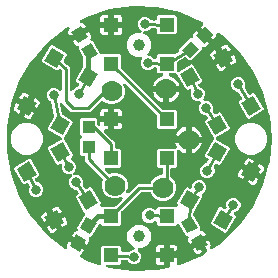
<source format=gbr>
G04 EAGLE Gerber RS-274X export*
G75*
%MOMM*%
%FSLAX34Y34*%
%LPD*%
%INTop Copper*%
%IPPOS*%
%AMOC8*
5,1,8,0,0,1.08239X$1,22.5*%
G01*
%ADD10R,1.300000X1.200000*%
%ADD11R,1.100000X1.000000*%
%ADD12C,1.778000*%
%ADD13C,1.000000*%
%ADD14R,1.000000X1.100000*%
%ADD15C,0.254000*%
%ADD16C,0.806400*%
%ADD17C,0.406400*%

G36*
X14976Y-111406D02*
X14976Y-111406D01*
X15009Y-111401D01*
X15043Y-111402D01*
X15202Y-111376D01*
X25052Y-109128D01*
X25180Y-109081D01*
X25309Y-109039D01*
X25329Y-109027D01*
X25351Y-109019D01*
X25463Y-108942D01*
X25578Y-108869D01*
X25594Y-108852D01*
X25613Y-108839D01*
X25703Y-108736D01*
X25796Y-108637D01*
X25807Y-108617D01*
X25823Y-108599D01*
X25884Y-108478D01*
X25949Y-108359D01*
X25955Y-108336D01*
X25966Y-108315D01*
X25995Y-108182D01*
X26029Y-108051D01*
X26031Y-108018D01*
X26034Y-108005D01*
X26033Y-107983D01*
X26039Y-107890D01*
X26039Y-101039D01*
X32541Y-101039D01*
X32541Y-104834D01*
X32348Y-105552D01*
X32334Y-105660D01*
X32310Y-105766D01*
X32312Y-105817D01*
X32305Y-105867D01*
X32318Y-105975D01*
X32322Y-106084D01*
X32336Y-106133D01*
X32342Y-106183D01*
X32381Y-106285D01*
X32411Y-106389D01*
X32437Y-106433D01*
X32456Y-106480D01*
X32519Y-106569D01*
X32574Y-106662D01*
X32610Y-106698D01*
X32640Y-106739D01*
X32723Y-106810D01*
X32800Y-106886D01*
X32844Y-106912D01*
X32883Y-106945D01*
X32981Y-106992D01*
X33074Y-107047D01*
X33123Y-107061D01*
X33169Y-107083D01*
X33276Y-107105D01*
X33380Y-107135D01*
X33431Y-107136D01*
X33480Y-107146D01*
X33589Y-107141D01*
X33698Y-107144D01*
X33776Y-107131D01*
X33798Y-107130D01*
X33814Y-107125D01*
X33857Y-107118D01*
X34628Y-106942D01*
X34659Y-106931D01*
X34693Y-106925D01*
X34844Y-106872D01*
X53167Y-99040D01*
X53196Y-99023D01*
X53227Y-99013D01*
X53367Y-98933D01*
X57588Y-96147D01*
X57649Y-96094D01*
X57717Y-96049D01*
X57770Y-95990D01*
X57829Y-95939D01*
X57876Y-95873D01*
X57930Y-95813D01*
X57966Y-95743D01*
X58011Y-95679D01*
X58040Y-95603D01*
X58078Y-95531D01*
X58096Y-95455D01*
X58123Y-95381D01*
X58132Y-95300D01*
X58151Y-95221D01*
X58149Y-95143D01*
X58157Y-95065D01*
X58146Y-94984D01*
X58144Y-94903D01*
X58123Y-94828D01*
X58112Y-94750D01*
X58081Y-94675D01*
X58059Y-94597D01*
X57991Y-94460D01*
X57990Y-94457D01*
X57989Y-94455D01*
X57988Y-94453D01*
X54604Y-88592D01*
X58970Y-86071D01*
X60638Y-88960D01*
X60811Y-89606D01*
X60811Y-90275D01*
X60638Y-90921D01*
X60329Y-91456D01*
X60319Y-91479D01*
X60305Y-91499D01*
X60258Y-91625D01*
X60205Y-91749D01*
X60202Y-91774D01*
X60193Y-91797D01*
X60179Y-91931D01*
X60159Y-92064D01*
X60161Y-92088D01*
X60159Y-92113D01*
X60178Y-92246D01*
X60192Y-92380D01*
X60201Y-92403D01*
X60204Y-92428D01*
X60256Y-92552D01*
X60303Y-92678D01*
X60317Y-92699D01*
X60326Y-92721D01*
X60407Y-92829D01*
X60484Y-92940D01*
X60503Y-92956D01*
X60518Y-92975D01*
X60623Y-93059D01*
X60725Y-93148D01*
X60747Y-93159D01*
X60766Y-93174D01*
X60889Y-93229D01*
X61010Y-93289D01*
X61034Y-93294D01*
X61056Y-93304D01*
X61189Y-93327D01*
X61321Y-93356D01*
X61345Y-93354D01*
X61370Y-93359D01*
X61503Y-93348D01*
X61638Y-93342D01*
X61662Y-93335D01*
X61687Y-93333D01*
X61814Y-93290D01*
X61943Y-93251D01*
X61964Y-93238D01*
X61987Y-93230D01*
X62127Y-93150D01*
X69997Y-87955D01*
X70022Y-87934D01*
X70051Y-87917D01*
X70175Y-87814D01*
X84577Y-74044D01*
X84598Y-74018D01*
X84624Y-73996D01*
X84727Y-73872D01*
X96439Y-57752D01*
X96455Y-57722D01*
X96476Y-57697D01*
X96555Y-57557D01*
X105201Y-39604D01*
X105211Y-39572D01*
X105228Y-39543D01*
X105281Y-39391D01*
X110582Y-20183D01*
X110587Y-20150D01*
X110598Y-20118D01*
X110622Y-19959D01*
X112408Y-114D01*
X112407Y-80D01*
X112413Y-47D01*
X112408Y114D01*
X110622Y19959D01*
X110615Y19992D01*
X110615Y20026D01*
X110582Y20183D01*
X105281Y39391D01*
X105268Y39422D01*
X105261Y39455D01*
X105201Y39604D01*
X96555Y57557D01*
X96537Y57585D01*
X96525Y57616D01*
X96439Y57752D01*
X84726Y73872D01*
X84704Y73897D01*
X84686Y73925D01*
X84577Y74044D01*
X70174Y87814D01*
X70148Y87833D01*
X70125Y87858D01*
X69997Y87955D01*
X67688Y89480D01*
X67678Y89485D01*
X67669Y89492D01*
X67536Y89554D01*
X67402Y89620D01*
X67391Y89622D01*
X67381Y89627D01*
X67237Y89655D01*
X67091Y89685D01*
X67080Y89685D01*
X67069Y89687D01*
X66922Y89678D01*
X66773Y89671D01*
X66763Y89668D01*
X66752Y89667D01*
X66611Y89622D01*
X66469Y89578D01*
X66460Y89573D01*
X66449Y89569D01*
X66324Y89490D01*
X66198Y89413D01*
X66190Y89405D01*
X66180Y89399D01*
X66078Y89291D01*
X65976Y89185D01*
X65970Y89176D01*
X65962Y89167D01*
X65891Y89038D01*
X65817Y88909D01*
X65814Y88899D01*
X65809Y88889D01*
X65772Y88746D01*
X65732Y88603D01*
X65732Y88592D01*
X65729Y88581D01*
X65719Y88420D01*
X65719Y87773D01*
X65546Y87127D01*
X65212Y86547D01*
X62853Y84189D01*
X58391Y88651D01*
X58297Y88724D01*
X58208Y88803D01*
X58172Y88821D01*
X58140Y88846D01*
X58030Y88894D01*
X57924Y88948D01*
X57885Y88956D01*
X57848Y88973D01*
X57730Y88991D01*
X57614Y89017D01*
X57574Y89016D01*
X57534Y89022D01*
X57415Y89011D01*
X57296Y89008D01*
X57257Y88996D01*
X57217Y88993D01*
X57105Y88952D01*
X56991Y88919D01*
X56956Y88899D01*
X56918Y88885D01*
X56828Y88824D01*
X56846Y88847D01*
X56894Y88957D01*
X56948Y89063D01*
X56956Y89102D01*
X56973Y89139D01*
X56991Y89257D01*
X57017Y89373D01*
X57016Y89413D01*
X57022Y89453D01*
X57011Y89572D01*
X57008Y89691D01*
X56996Y89730D01*
X56993Y89770D01*
X56952Y89882D01*
X56919Y89996D01*
X56899Y90031D01*
X56885Y90069D01*
X56818Y90168D01*
X56758Y90270D01*
X56719Y90314D01*
X56717Y90317D01*
X56716Y90318D01*
X56706Y90332D01*
X56691Y90346D01*
X56651Y90391D01*
X52189Y94853D01*
X54015Y96679D01*
X54069Y96749D01*
X54130Y96812D01*
X54166Y96874D01*
X54210Y96930D01*
X54245Y97011D01*
X54289Y97087D01*
X54308Y97156D01*
X54336Y97222D01*
X54350Y97309D01*
X54373Y97394D01*
X54375Y97465D01*
X54386Y97536D01*
X54378Y97624D01*
X54379Y97712D01*
X54363Y97782D01*
X54356Y97853D01*
X54326Y97936D01*
X54306Y98021D01*
X54273Y98085D01*
X54249Y98152D01*
X54199Y98225D01*
X54158Y98303D01*
X54110Y98356D01*
X54070Y98415D01*
X54004Y98474D01*
X53945Y98539D01*
X53842Y98617D01*
X53832Y98626D01*
X53826Y98628D01*
X53817Y98636D01*
X53367Y98933D01*
X53337Y98947D01*
X53310Y98968D01*
X53167Y99040D01*
X34844Y106872D01*
X34812Y106881D01*
X34782Y106896D01*
X34628Y106942D01*
X15202Y111376D01*
X15168Y111379D01*
X15136Y111389D01*
X14976Y111406D01*
X-4930Y112300D01*
X-4963Y112298D01*
X-4996Y112302D01*
X-5157Y112290D01*
X-24902Y109615D01*
X-24935Y109607D01*
X-24968Y109605D01*
X-25124Y109565D01*
X-44075Y103407D01*
X-44105Y103393D01*
X-44138Y103385D01*
X-44284Y103318D01*
X-49424Y100552D01*
X-49429Y100549D01*
X-49434Y100547D01*
X-49558Y100456D01*
X-49683Y100367D01*
X-49687Y100363D01*
X-49691Y100360D01*
X-49790Y100240D01*
X-49888Y100124D01*
X-49890Y100119D01*
X-49894Y100115D01*
X-49959Y99977D01*
X-50026Y99838D01*
X-50027Y99832D01*
X-50030Y99827D01*
X-50058Y99678D01*
X-50089Y99526D01*
X-50088Y99520D01*
X-50089Y99515D01*
X-50080Y99362D01*
X-50072Y99208D01*
X-50070Y99203D01*
X-50070Y99197D01*
X-50022Y99049D01*
X-49976Y98905D01*
X-49973Y98900D01*
X-49972Y98895D01*
X-49889Y98764D01*
X-49808Y98635D01*
X-49804Y98631D01*
X-49801Y98626D01*
X-49689Y98520D01*
X-49579Y98415D01*
X-49574Y98412D01*
X-49570Y98408D01*
X-49435Y98334D01*
X-49302Y98259D01*
X-49296Y98257D01*
X-49291Y98255D01*
X-49144Y98217D01*
X-48994Y98177D01*
X-48989Y98177D01*
X-48983Y98175D01*
X-48823Y98165D01*
X-48335Y98165D01*
X-47689Y97992D01*
X-47110Y97657D01*
X-46637Y97184D01*
X-44969Y94296D01*
X-50434Y91141D01*
X-50529Y91069D01*
X-50628Y91003D01*
X-50655Y90973D01*
X-50688Y90948D01*
X-50762Y90855D01*
X-50841Y90767D01*
X-50860Y90731D01*
X-50885Y90699D01*
X-50934Y90590D01*
X-50989Y90485D01*
X-50998Y90446D01*
X-51015Y90409D01*
X-51035Y90291D01*
X-51062Y90175D01*
X-51061Y90135D01*
X-51068Y90095D01*
X-51058Y89976D01*
X-51055Y89857D01*
X-51045Y89819D01*
X-51041Y89778D01*
X-51006Y89676D01*
X-51023Y89699D01*
X-51117Y89773D01*
X-51205Y89853D01*
X-51241Y89872D01*
X-51273Y89897D01*
X-51381Y89945D01*
X-51487Y90001D01*
X-51526Y90010D01*
X-51563Y90026D01*
X-51681Y90046D01*
X-51796Y90073D01*
X-51837Y90073D01*
X-51877Y90079D01*
X-51996Y90069D01*
X-52114Y90067D01*
X-52153Y90056D01*
X-52194Y90053D01*
X-52306Y90014D01*
X-52421Y89982D01*
X-52475Y89955D01*
X-52494Y89949D01*
X-52511Y89937D01*
X-52565Y89911D01*
X-58030Y86755D01*
X-59698Y89644D01*
X-59871Y90290D01*
X-59871Y90959D01*
X-59698Y91605D01*
X-59363Y92184D01*
X-58936Y92612D01*
X-58854Y92717D01*
X-58768Y92819D01*
X-58757Y92843D01*
X-58741Y92863D01*
X-58688Y92986D01*
X-58630Y93106D01*
X-58625Y93131D01*
X-58615Y93155D01*
X-58594Y93287D01*
X-58567Y93418D01*
X-58569Y93443D01*
X-58565Y93469D01*
X-58577Y93602D01*
X-58584Y93735D01*
X-58592Y93760D01*
X-58595Y93786D01*
X-58640Y93911D01*
X-58680Y94039D01*
X-58693Y94061D01*
X-58702Y94085D01*
X-58777Y94195D01*
X-58848Y94309D01*
X-58866Y94327D01*
X-58881Y94348D01*
X-58981Y94436D01*
X-59077Y94529D01*
X-59100Y94541D01*
X-59119Y94558D01*
X-59238Y94619D01*
X-59354Y94685D01*
X-59379Y94691D01*
X-59402Y94703D01*
X-59532Y94732D01*
X-59662Y94767D01*
X-59688Y94767D01*
X-59713Y94773D01*
X-59846Y94769D01*
X-59980Y94770D01*
X-60005Y94764D01*
X-60031Y94763D01*
X-60159Y94726D01*
X-60289Y94694D01*
X-60322Y94679D01*
X-60336Y94675D01*
X-60355Y94664D01*
X-60435Y94627D01*
X-61831Y93876D01*
X-61858Y93856D01*
X-61888Y93843D01*
X-62020Y93750D01*
X-77599Y81327D01*
X-77622Y81303D01*
X-77650Y81284D01*
X-77764Y81170D01*
X-90874Y66164D01*
X-90892Y66136D01*
X-90916Y66113D01*
X-91007Y65980D01*
X-101227Y48875D01*
X-101241Y48844D01*
X-101260Y48817D01*
X-101326Y48670D01*
X-108327Y30014D01*
X-108335Y29982D01*
X-108349Y29951D01*
X-108388Y29795D01*
X-111946Y10190D01*
X-111948Y10156D01*
X-111956Y10124D01*
X-111966Y9963D01*
X-111966Y-9963D01*
X-111962Y-9996D01*
X-111964Y-10030D01*
X-111946Y-10190D01*
X-108388Y-29795D01*
X-108378Y-29827D01*
X-108374Y-29860D01*
X-108327Y-30014D01*
X-101326Y-48670D01*
X-101310Y-48699D01*
X-101301Y-48732D01*
X-101227Y-48875D01*
X-91007Y-65980D01*
X-90987Y-66006D01*
X-90972Y-66036D01*
X-90892Y-66139D01*
X-90887Y-66148D01*
X-90883Y-66151D01*
X-90874Y-66164D01*
X-77764Y-81170D01*
X-77739Y-81192D01*
X-77718Y-81219D01*
X-77599Y-81327D01*
X-62810Y-93121D01*
X-62740Y-93163D01*
X-62676Y-93214D01*
X-62605Y-93246D01*
X-62539Y-93286D01*
X-62460Y-93310D01*
X-62386Y-93343D01*
X-62309Y-93356D01*
X-62234Y-93379D01*
X-62153Y-93383D01*
X-62072Y-93397D01*
X-61995Y-93390D01*
X-61917Y-93394D01*
X-61837Y-93377D01*
X-61755Y-93370D01*
X-61682Y-93344D01*
X-61605Y-93329D01*
X-61532Y-93292D01*
X-61455Y-93266D01*
X-61390Y-93223D01*
X-61320Y-93188D01*
X-61258Y-93135D01*
X-61190Y-93090D01*
X-61138Y-93032D01*
X-61079Y-92981D01*
X-61032Y-92914D01*
X-60977Y-92854D01*
X-60941Y-92785D01*
X-60896Y-92721D01*
X-60867Y-92644D01*
X-60829Y-92572D01*
X-60812Y-92496D01*
X-60784Y-92423D01*
X-60775Y-92342D01*
X-60757Y-92262D01*
X-60758Y-92184D01*
X-60750Y-92107D01*
X-60761Y-92026D01*
X-60763Y-91944D01*
X-60784Y-91869D01*
X-60795Y-91792D01*
X-60826Y-91717D01*
X-60848Y-91638D01*
X-60885Y-91563D01*
X-61063Y-90898D01*
X-61063Y-90230D01*
X-60890Y-89583D01*
X-59223Y-86695D01*
X-53757Y-89850D01*
X-53648Y-89896D01*
X-53541Y-89949D01*
X-53501Y-89958D01*
X-53464Y-89973D01*
X-53347Y-89991D01*
X-53230Y-90016D01*
X-53190Y-90014D01*
X-53150Y-90020D01*
X-53031Y-90008D01*
X-52912Y-90003D01*
X-52874Y-89991D01*
X-52833Y-89987D01*
X-52722Y-89945D01*
X-52608Y-89911D01*
X-52573Y-89890D01*
X-52535Y-89876D01*
X-52437Y-89808D01*
X-52336Y-89747D01*
X-52307Y-89718D01*
X-52274Y-89695D01*
X-52203Y-89613D01*
X-52215Y-89640D01*
X-52232Y-89757D01*
X-52257Y-89874D01*
X-52255Y-89914D01*
X-52261Y-89954D01*
X-52249Y-90073D01*
X-52244Y-90192D01*
X-52232Y-90230D01*
X-52228Y-90271D01*
X-52186Y-90382D01*
X-52152Y-90496D01*
X-52131Y-90531D01*
X-52117Y-90569D01*
X-52049Y-90666D01*
X-51988Y-90768D01*
X-51959Y-90797D01*
X-51936Y-90830D01*
X-51846Y-90908D01*
X-51761Y-90991D01*
X-51710Y-91025D01*
X-51695Y-91038D01*
X-51677Y-91047D01*
X-51627Y-91080D01*
X-46162Y-94236D01*
X-47829Y-97124D01*
X-48302Y-97597D01*
X-48882Y-97932D01*
X-49405Y-98072D01*
X-49554Y-98132D01*
X-49697Y-98191D01*
X-49698Y-98192D01*
X-49699Y-98192D01*
X-49824Y-98285D01*
X-49953Y-98380D01*
X-49954Y-98381D01*
X-49955Y-98382D01*
X-50054Y-98504D01*
X-50154Y-98627D01*
X-50154Y-98628D01*
X-50155Y-98629D01*
X-50223Y-98776D01*
X-50287Y-98916D01*
X-50287Y-98917D01*
X-50287Y-98918D01*
X-50317Y-99082D01*
X-50344Y-99228D01*
X-50344Y-99230D01*
X-50344Y-99231D01*
X-50332Y-99393D01*
X-50321Y-99546D01*
X-50321Y-99547D01*
X-50321Y-99548D01*
X-50269Y-99702D01*
X-50220Y-99847D01*
X-50220Y-99848D01*
X-50219Y-99849D01*
X-50133Y-99983D01*
X-50048Y-100114D01*
X-50047Y-100115D01*
X-50046Y-100116D01*
X-49929Y-100225D01*
X-49814Y-100330D01*
X-49813Y-100331D01*
X-49813Y-100332D01*
X-49811Y-100333D01*
X-49678Y-100415D01*
X-44284Y-103318D01*
X-44253Y-103330D01*
X-44224Y-103348D01*
X-44075Y-103407D01*
X-33694Y-106780D01*
X-33503Y-106817D01*
X-33382Y-106840D01*
X-33207Y-106829D01*
X-33065Y-106820D01*
X-33064Y-106820D01*
X-32905Y-106768D01*
X-32763Y-106722D01*
X-32762Y-106722D01*
X-32640Y-106645D01*
X-32494Y-106552D01*
X-32493Y-106551D01*
X-32408Y-106461D01*
X-32276Y-106320D01*
X-32204Y-106190D01*
X-32122Y-106042D01*
X-32122Y-106041D01*
X-32088Y-105908D01*
X-32043Y-105734D01*
X-32043Y-105733D01*
X-32043Y-105732D01*
X-32033Y-105573D01*
X-32033Y-91658D01*
X-30842Y-90467D01*
X-16158Y-90467D01*
X-14967Y-91658D01*
X-14967Y-94669D01*
X-14958Y-94739D01*
X-14959Y-94809D01*
X-14939Y-94896D01*
X-14927Y-94984D01*
X-14901Y-95050D01*
X-14885Y-95118D01*
X-14843Y-95197D01*
X-14810Y-95280D01*
X-14769Y-95337D01*
X-14736Y-95399D01*
X-14676Y-95465D01*
X-14624Y-95537D01*
X-14569Y-95582D01*
X-14522Y-95634D01*
X-14447Y-95683D01*
X-14379Y-95740D01*
X-14315Y-95770D01*
X-14256Y-95809D01*
X-14171Y-95838D01*
X-14091Y-95875D01*
X-14022Y-95889D01*
X-13955Y-95912D01*
X-13795Y-95934D01*
X-9470Y-96267D01*
X-9323Y-96260D01*
X-9176Y-96255D01*
X-9165Y-96252D01*
X-9153Y-96251D01*
X-9012Y-96208D01*
X-8870Y-96167D01*
X-8860Y-96161D01*
X-8849Y-96157D01*
X-8724Y-96080D01*
X-8596Y-96005D01*
X-8584Y-95994D01*
X-8578Y-95991D01*
X-8567Y-95979D01*
X-8476Y-95899D01*
X-7435Y-94859D01*
X-5206Y-93935D01*
X-4842Y-93935D01*
X-4697Y-93917D01*
X-4552Y-93902D01*
X-4540Y-93897D01*
X-4526Y-93895D01*
X-4391Y-93842D01*
X-4254Y-93791D01*
X-4243Y-93783D01*
X-4230Y-93778D01*
X-4113Y-93693D01*
X-3993Y-93610D01*
X-3984Y-93600D01*
X-3973Y-93592D01*
X-3880Y-93479D01*
X-3785Y-93369D01*
X-3779Y-93357D01*
X-3770Y-93347D01*
X-3709Y-93215D01*
X-3643Y-93084D01*
X-3641Y-93071D01*
X-3635Y-93059D01*
X-3608Y-92917D01*
X-3577Y-92773D01*
X-3578Y-92760D01*
X-3575Y-92747D01*
X-3584Y-92602D01*
X-3590Y-92456D01*
X-3594Y-92443D01*
X-3595Y-92429D01*
X-3640Y-92291D01*
X-3682Y-92151D01*
X-3689Y-92139D01*
X-3693Y-92127D01*
X-3770Y-92004D01*
X-3846Y-91879D01*
X-3856Y-91869D01*
X-3863Y-91858D01*
X-3969Y-91758D01*
X-4073Y-91656D01*
X-4088Y-91646D01*
X-4095Y-91640D01*
X-4110Y-91632D01*
X-4207Y-91567D01*
X-6971Y-89971D01*
X-9651Y-85330D01*
X-9651Y-79970D01*
X-6971Y-75329D01*
X-2330Y-72649D01*
X3030Y-72649D01*
X7671Y-75329D01*
X10351Y-79970D01*
X10351Y-85330D01*
X7671Y-89971D01*
X3030Y-92651D01*
X292Y-92651D01*
X154Y-92668D01*
X15Y-92681D01*
X-4Y-92688D01*
X-24Y-92691D01*
X-153Y-92742D01*
X-284Y-92789D01*
X-301Y-92800D01*
X-319Y-92808D01*
X-432Y-92889D01*
X-547Y-92967D01*
X-560Y-92983D01*
X-577Y-92994D01*
X-666Y-93102D01*
X-757Y-93206D01*
X-767Y-93224D01*
X-780Y-93239D01*
X-839Y-93365D01*
X-902Y-93489D01*
X-907Y-93509D01*
X-915Y-93527D01*
X-941Y-93664D01*
X-972Y-93799D01*
X-971Y-93820D01*
X-975Y-93839D01*
X-966Y-93978D01*
X-962Y-94117D01*
X-956Y-94137D01*
X-955Y-94157D01*
X-912Y-94289D01*
X-874Y-94423D01*
X-863Y-94440D01*
X-857Y-94459D01*
X-783Y-94577D01*
X-712Y-94697D01*
X-694Y-94718D01*
X-687Y-94728D01*
X-672Y-94742D01*
X-606Y-94817D01*
X1141Y-96565D01*
X2065Y-98794D01*
X2065Y-101206D01*
X1141Y-103435D01*
X-565Y-105141D01*
X-2794Y-106065D01*
X-5206Y-106065D01*
X-7435Y-105141D01*
X-9198Y-103379D01*
X-9200Y-103375D01*
X-9213Y-103361D01*
X-9223Y-103344D01*
X-9320Y-103243D01*
X-9414Y-103140D01*
X-9430Y-103129D01*
X-9444Y-103115D01*
X-9563Y-103042D01*
X-9680Y-102966D01*
X-9698Y-102959D01*
X-9715Y-102949D01*
X-9848Y-102908D01*
X-9981Y-102863D01*
X-10008Y-102859D01*
X-10019Y-102855D01*
X-10039Y-102854D01*
X-10140Y-102840D01*
X-13601Y-102574D01*
X-13609Y-102574D01*
X-13618Y-102573D01*
X-13767Y-102582D01*
X-13918Y-102589D01*
X-13927Y-102592D01*
X-13935Y-102593D01*
X-14076Y-102638D01*
X-14222Y-102683D01*
X-14229Y-102688D01*
X-14237Y-102691D01*
X-14364Y-102771D01*
X-14493Y-102850D01*
X-14499Y-102856D01*
X-14506Y-102861D01*
X-14610Y-102971D01*
X-14714Y-103079D01*
X-14718Y-103086D01*
X-14724Y-103092D01*
X-14797Y-103224D01*
X-14871Y-103355D01*
X-14873Y-103363D01*
X-14878Y-103371D01*
X-14915Y-103517D01*
X-14955Y-103662D01*
X-14955Y-103671D01*
X-14957Y-103679D01*
X-14967Y-103839D01*
X-14967Y-105342D01*
X-16158Y-106533D01*
X-26442Y-106533D01*
X-26561Y-106548D01*
X-26680Y-106555D01*
X-26718Y-106568D01*
X-26758Y-106573D01*
X-26869Y-106616D01*
X-26982Y-106653D01*
X-27016Y-106675D01*
X-27054Y-106690D01*
X-27150Y-106760D01*
X-27251Y-106824D01*
X-27279Y-106853D01*
X-27311Y-106876D01*
X-27387Y-106968D01*
X-27469Y-107055D01*
X-27488Y-107091D01*
X-27514Y-107121D01*
X-27565Y-107230D01*
X-27622Y-107334D01*
X-27632Y-107373D01*
X-27649Y-107409D01*
X-27672Y-107526D01*
X-27702Y-107642D01*
X-27702Y-107682D01*
X-27709Y-107721D01*
X-27702Y-107841D01*
X-27702Y-107960D01*
X-27692Y-107999D01*
X-27689Y-108039D01*
X-27653Y-108152D01*
X-27623Y-108268D01*
X-27604Y-108303D01*
X-27591Y-108341D01*
X-27527Y-108442D01*
X-27470Y-108547D01*
X-27443Y-108576D01*
X-27421Y-108610D01*
X-27334Y-108692D01*
X-27253Y-108779D01*
X-27219Y-108801D01*
X-27190Y-108828D01*
X-27085Y-108886D01*
X-26984Y-108950D01*
X-26929Y-108972D01*
X-26911Y-108982D01*
X-26891Y-108987D01*
X-26835Y-109009D01*
X-25124Y-109565D01*
X-25091Y-109571D01*
X-25060Y-109584D01*
X-24902Y-109615D01*
X-5157Y-112290D01*
X-5123Y-112291D01*
X-5090Y-112297D01*
X-4930Y-112300D01*
X14976Y-111406D01*
G37*
%LPC*%
G36*
X-49127Y-86752D02*
X-49127Y-86752D01*
X-49237Y-86705D01*
X-49344Y-86652D01*
X-49383Y-86644D01*
X-49421Y-86628D01*
X-49538Y-86611D01*
X-49655Y-86586D01*
X-49695Y-86588D01*
X-49735Y-86582D01*
X-49853Y-86594D01*
X-49972Y-86599D01*
X-50011Y-86611D01*
X-50051Y-86615D01*
X-50163Y-86656D01*
X-50277Y-86691D01*
X-50312Y-86712D01*
X-50350Y-86726D01*
X-50447Y-86794D01*
X-50549Y-86855D01*
X-50578Y-86884D01*
X-50611Y-86907D01*
X-50682Y-86989D01*
X-50670Y-86962D01*
X-50653Y-86845D01*
X-50628Y-86728D01*
X-50630Y-86687D01*
X-50624Y-86647D01*
X-50636Y-86529D01*
X-50641Y-86410D01*
X-50653Y-86371D01*
X-50657Y-86331D01*
X-50698Y-86220D01*
X-50733Y-86106D01*
X-50754Y-86071D01*
X-50768Y-86033D01*
X-50835Y-85935D01*
X-50897Y-85833D01*
X-50926Y-85805D01*
X-50949Y-85772D01*
X-51039Y-85694D01*
X-51124Y-85611D01*
X-51174Y-85577D01*
X-51190Y-85564D01*
X-51208Y-85555D01*
X-51258Y-85521D01*
X-56723Y-82366D01*
X-55056Y-79478D01*
X-54583Y-79005D01*
X-54003Y-78670D01*
X-53357Y-78497D01*
X-53070Y-78497D01*
X-52945Y-78481D01*
X-52819Y-78472D01*
X-52787Y-78461D01*
X-52754Y-78457D01*
X-52637Y-78411D01*
X-52518Y-78371D01*
X-52490Y-78353D01*
X-52458Y-78340D01*
X-52357Y-78266D01*
X-52251Y-78198D01*
X-52228Y-78173D01*
X-52201Y-78153D01*
X-52121Y-78056D01*
X-52036Y-77964D01*
X-52020Y-77934D01*
X-51998Y-77908D01*
X-51945Y-77795D01*
X-51885Y-77684D01*
X-51877Y-77651D01*
X-51863Y-77621D01*
X-51839Y-77497D01*
X-51809Y-77375D01*
X-51809Y-77341D01*
X-51803Y-77308D01*
X-51811Y-77183D01*
X-51812Y-77057D01*
X-51821Y-77009D01*
X-51823Y-76991D01*
X-51829Y-76970D01*
X-51844Y-76899D01*
X-52204Y-75554D01*
X-45694Y-64278D01*
X-45645Y-64163D01*
X-45590Y-64049D01*
X-45584Y-64016D01*
X-45570Y-63985D01*
X-45552Y-63861D01*
X-45527Y-63738D01*
X-45529Y-63704D01*
X-45524Y-63671D01*
X-45537Y-63546D01*
X-45544Y-63420D01*
X-45554Y-63388D01*
X-45557Y-63354D01*
X-45601Y-63237D01*
X-45638Y-63116D01*
X-45656Y-63088D01*
X-45668Y-63056D01*
X-45739Y-62953D01*
X-45806Y-62846D01*
X-45830Y-62823D01*
X-45849Y-62795D01*
X-45944Y-62713D01*
X-46035Y-62626D01*
X-46064Y-62609D01*
X-46090Y-62587D01*
X-46203Y-62531D01*
X-46220Y-62521D01*
X-53588Y-49760D01*
X-53152Y-48133D01*
X-51731Y-47312D01*
X-51631Y-47237D01*
X-51478Y-47120D01*
X-51477Y-47120D01*
X-51388Y-47008D01*
X-51280Y-46871D01*
X-51218Y-46732D01*
X-51150Y-46581D01*
X-51150Y-46580D01*
X-51121Y-46406D01*
X-51097Y-46267D01*
X-51109Y-46119D01*
X-51124Y-45950D01*
X-51160Y-45846D01*
X-51228Y-45650D01*
X-51228Y-45649D01*
X-51308Y-45510D01*
X-52558Y-43631D01*
X-52600Y-43582D01*
X-52636Y-43526D01*
X-52704Y-43462D01*
X-52765Y-43391D01*
X-52819Y-43353D01*
X-52867Y-43308D01*
X-52949Y-43263D01*
X-53027Y-43209D01*
X-53088Y-43186D01*
X-53146Y-43154D01*
X-53237Y-43131D01*
X-53325Y-43098D01*
X-53390Y-43091D01*
X-53454Y-43075D01*
X-53615Y-43065D01*
X-54206Y-43065D01*
X-56435Y-42141D01*
X-58141Y-40435D01*
X-59065Y-38206D01*
X-59065Y-35794D01*
X-58141Y-33565D01*
X-56808Y-32231D01*
X-56723Y-32122D01*
X-56634Y-32015D01*
X-56626Y-31996D01*
X-56613Y-31980D01*
X-56558Y-31853D01*
X-56499Y-31727D01*
X-56495Y-31707D01*
X-56487Y-31688D01*
X-56465Y-31550D01*
X-56439Y-31414D01*
X-56440Y-31394D01*
X-56437Y-31374D01*
X-56450Y-31235D01*
X-56459Y-31097D01*
X-56465Y-31078D01*
X-56467Y-31058D01*
X-56514Y-30926D01*
X-56557Y-30795D01*
X-56568Y-30777D01*
X-56575Y-30758D01*
X-56653Y-30643D01*
X-56727Y-30526D01*
X-56742Y-30512D01*
X-56753Y-30495D01*
X-56857Y-30403D01*
X-56959Y-30308D01*
X-56976Y-30298D01*
X-56992Y-30285D01*
X-57116Y-30221D01*
X-57237Y-30154D01*
X-57257Y-30149D01*
X-57275Y-30140D01*
X-57411Y-30110D01*
X-57545Y-30075D01*
X-57573Y-30073D01*
X-57585Y-30070D01*
X-57606Y-30071D01*
X-57706Y-30065D01*
X-60206Y-30065D01*
X-62435Y-29141D01*
X-64141Y-27435D01*
X-65065Y-25206D01*
X-65065Y-22644D01*
X-65081Y-22512D01*
X-65092Y-22380D01*
X-65101Y-22355D01*
X-65105Y-22328D01*
X-65153Y-22205D01*
X-65197Y-22080D01*
X-65212Y-22057D01*
X-65222Y-22032D01*
X-65299Y-21925D01*
X-65373Y-21815D01*
X-65393Y-21797D01*
X-65408Y-21775D01*
X-65510Y-21691D01*
X-65609Y-21602D01*
X-65633Y-21589D01*
X-65653Y-21572D01*
X-65773Y-21516D01*
X-65890Y-21454D01*
X-65917Y-21448D01*
X-65941Y-21437D01*
X-66071Y-21412D01*
X-66200Y-21381D01*
X-66227Y-21382D01*
X-66253Y-21377D01*
X-66385Y-21385D01*
X-66518Y-21388D01*
X-66544Y-21395D01*
X-66571Y-21397D01*
X-66697Y-21437D01*
X-66824Y-21473D01*
X-66859Y-21490D01*
X-66873Y-21495D01*
X-66892Y-21506D01*
X-66969Y-21544D01*
X-68120Y-22209D01*
X-69746Y-21773D01*
X-77088Y-9056D01*
X-76652Y-7430D01*
X-65687Y-1099D01*
X-65582Y-1019D01*
X-65473Y-944D01*
X-65455Y-923D01*
X-65434Y-907D01*
X-65352Y-803D01*
X-65265Y-703D01*
X-65253Y-679D01*
X-65236Y-658D01*
X-65183Y-537D01*
X-65124Y-418D01*
X-65118Y-392D01*
X-65107Y-367D01*
X-65085Y-237D01*
X-65057Y-107D01*
X-65058Y-80D01*
X-65054Y-54D01*
X-65065Y78D01*
X-65070Y210D01*
X-65078Y236D01*
X-65080Y263D01*
X-65124Y388D01*
X-65162Y515D01*
X-65176Y538D01*
X-65185Y564D01*
X-65258Y674D01*
X-65326Y787D01*
X-65346Y806D01*
X-65360Y829D01*
X-65459Y917D01*
X-65553Y1010D01*
X-65585Y1031D01*
X-65597Y1042D01*
X-65616Y1052D01*
X-65687Y1099D01*
X-76652Y7430D01*
X-77088Y9056D01*
X-71692Y18403D01*
X-71666Y18466D01*
X-71630Y18524D01*
X-71604Y18612D01*
X-71569Y18696D01*
X-71559Y18763D01*
X-71539Y18829D01*
X-71536Y18920D01*
X-71522Y19010D01*
X-71529Y19078D01*
X-71527Y19147D01*
X-71551Y19306D01*
X-74011Y30677D01*
X-74029Y30728D01*
X-74038Y30781D01*
X-74082Y30877D01*
X-74117Y30977D01*
X-74147Y31022D01*
X-74169Y31071D01*
X-74235Y31153D01*
X-74294Y31241D01*
X-74334Y31277D01*
X-74367Y31319D01*
X-74452Y31383D01*
X-74531Y31453D01*
X-74578Y31478D01*
X-74621Y31510D01*
X-74766Y31581D01*
X-75435Y31859D01*
X-77141Y33565D01*
X-78065Y35794D01*
X-78065Y38206D01*
X-77141Y40435D01*
X-75435Y42141D01*
X-73206Y43065D01*
X-70794Y43065D01*
X-68565Y42141D01*
X-67469Y41046D01*
X-67360Y40962D01*
X-67253Y40872D01*
X-67234Y40864D01*
X-67218Y40851D01*
X-67091Y40796D01*
X-66965Y40737D01*
X-66945Y40733D01*
X-66926Y40725D01*
X-66788Y40703D01*
X-66652Y40677D01*
X-66632Y40678D01*
X-66612Y40675D01*
X-66473Y40688D01*
X-66335Y40697D01*
X-66316Y40703D01*
X-66296Y40705D01*
X-66164Y40752D01*
X-66033Y40795D01*
X-66015Y40806D01*
X-65996Y40813D01*
X-65881Y40891D01*
X-65764Y40965D01*
X-65750Y40980D01*
X-65733Y40991D01*
X-65641Y41095D01*
X-65546Y41197D01*
X-65536Y41214D01*
X-65523Y41230D01*
X-65459Y41354D01*
X-65392Y41475D01*
X-65387Y41495D01*
X-65378Y41513D01*
X-65348Y41649D01*
X-65313Y41783D01*
X-65311Y41811D01*
X-65308Y41823D01*
X-65309Y41844D01*
X-65303Y41944D01*
X-65303Y57168D01*
X-65315Y57267D01*
X-65318Y57366D01*
X-65335Y57424D01*
X-65343Y57484D01*
X-65379Y57576D01*
X-65407Y57671D01*
X-65437Y57723D01*
X-65460Y57780D01*
X-65518Y57860D01*
X-65568Y57945D01*
X-65634Y58020D01*
X-65646Y58037D01*
X-65656Y58045D01*
X-65674Y58066D01*
X-66199Y58590D01*
X-66299Y58668D01*
X-66394Y58750D01*
X-66424Y58765D01*
X-66450Y58785D01*
X-66566Y58835D01*
X-66678Y58891D01*
X-66711Y58898D01*
X-66742Y58912D01*
X-66867Y58932D01*
X-66989Y58958D01*
X-67023Y58956D01*
X-67056Y58962D01*
X-67182Y58950D01*
X-67307Y58945D01*
X-67339Y58935D01*
X-67373Y58932D01*
X-67491Y58889D01*
X-67612Y58853D01*
X-67640Y58836D01*
X-67672Y58824D01*
X-67776Y58754D01*
X-67884Y58689D01*
X-67907Y58665D01*
X-67935Y58646D01*
X-68019Y58551D01*
X-68107Y58462D01*
X-68134Y58421D01*
X-68146Y58407D01*
X-68156Y58388D01*
X-68196Y58328D01*
X-68254Y58227D01*
X-69880Y57791D01*
X-81731Y64633D01*
X-82167Y66260D01*
X-74825Y78976D01*
X-73198Y79412D01*
X-61348Y72570D01*
X-60912Y70944D01*
X-63462Y66526D01*
X-63506Y66422D01*
X-63557Y66322D01*
X-63567Y66276D01*
X-63586Y66233D01*
X-63602Y66121D01*
X-63627Y66012D01*
X-63625Y65965D01*
X-63632Y65918D01*
X-63621Y65806D01*
X-63617Y65694D01*
X-63604Y65649D01*
X-63599Y65602D01*
X-63560Y65496D01*
X-63529Y65389D01*
X-63505Y65348D01*
X-63488Y65304D01*
X-63424Y65211D01*
X-63367Y65115D01*
X-63319Y65060D01*
X-63307Y65042D01*
X-63293Y65031D01*
X-63261Y64994D01*
X-61004Y62737D01*
X-58697Y60430D01*
X-58697Y41646D01*
X-58689Y41577D01*
X-58690Y41507D01*
X-58669Y41420D01*
X-58657Y41330D01*
X-58632Y41266D01*
X-58615Y41198D01*
X-58573Y41118D01*
X-58540Y41035D01*
X-58499Y40978D01*
X-58467Y40916D01*
X-58406Y40850D01*
X-58354Y40777D01*
X-58300Y40733D01*
X-58253Y40681D01*
X-58178Y40632D01*
X-58109Y40575D01*
X-58045Y40545D01*
X-57987Y40506D01*
X-57902Y40477D01*
X-57821Y40439D01*
X-57752Y40426D01*
X-57686Y40403D01*
X-57597Y40396D01*
X-57509Y40379D01*
X-57439Y40384D01*
X-57369Y40378D01*
X-57281Y40393D01*
X-57191Y40399D01*
X-57125Y40421D01*
X-57056Y40432D01*
X-56974Y40469D01*
X-56889Y40497D01*
X-56830Y40534D01*
X-56766Y40563D01*
X-56696Y40619D01*
X-56620Y40667D01*
X-56572Y40718D01*
X-56518Y40762D01*
X-56464Y40833D01*
X-56402Y40899D01*
X-56368Y40960D01*
X-56326Y41016D01*
X-56255Y41160D01*
X-56141Y41435D01*
X-54435Y43141D01*
X-52206Y44065D01*
X-52082Y44065D01*
X-51974Y44078D01*
X-51864Y44083D01*
X-51816Y44098D01*
X-51766Y44105D01*
X-51665Y44145D01*
X-51560Y44177D01*
X-51517Y44203D01*
X-51470Y44222D01*
X-51382Y44286D01*
X-51289Y44343D01*
X-51254Y44379D01*
X-51213Y44408D01*
X-51144Y44492D01*
X-51067Y44571D01*
X-51024Y44637D01*
X-51010Y44653D01*
X-51003Y44669D01*
X-50979Y44705D01*
X-50672Y45244D01*
X-50628Y45350D01*
X-50576Y45454D01*
X-50567Y45497D01*
X-50551Y45537D01*
X-50534Y45652D01*
X-50510Y45765D01*
X-50512Y45809D01*
X-50506Y45852D01*
X-50518Y45967D01*
X-50523Y46083D01*
X-50536Y46125D01*
X-50541Y46168D01*
X-50581Y46276D01*
X-50615Y46387D01*
X-50637Y46425D01*
X-50653Y46466D01*
X-50719Y46560D01*
X-50779Y46659D01*
X-50811Y46690D01*
X-50836Y46726D01*
X-50924Y46801D01*
X-51006Y46882D01*
X-51061Y46919D01*
X-51077Y46933D01*
X-51095Y46941D01*
X-51140Y46971D01*
X-53152Y48133D01*
X-53588Y49760D01*
X-47195Y60832D01*
X-47160Y60917D01*
X-47115Y60998D01*
X-47098Y61063D01*
X-47072Y61125D01*
X-47059Y61217D01*
X-47036Y61306D01*
X-47028Y61423D01*
X-47026Y61440D01*
X-47026Y61448D01*
X-47025Y61467D01*
X-47025Y68370D01*
X-47037Y68462D01*
X-47039Y68554D01*
X-47057Y68619D01*
X-47065Y68686D01*
X-47099Y68772D01*
X-47124Y68861D01*
X-47176Y68966D01*
X-47182Y68982D01*
X-47187Y68988D01*
X-47195Y69005D01*
X-51012Y75615D01*
X-50651Y76960D01*
X-50634Y77084D01*
X-50610Y77208D01*
X-50613Y77241D01*
X-50608Y77275D01*
X-50622Y77400D01*
X-50630Y77525D01*
X-50641Y77557D01*
X-50644Y77591D01*
X-50690Y77708D01*
X-50728Y77828D01*
X-50746Y77856D01*
X-50758Y77888D01*
X-50831Y77990D01*
X-50898Y78096D01*
X-50923Y78119D01*
X-50943Y78147D01*
X-51039Y78228D01*
X-51130Y78314D01*
X-51160Y78330D01*
X-51185Y78352D01*
X-51298Y78407D01*
X-51409Y78468D01*
X-51441Y78476D01*
X-51472Y78491D01*
X-51595Y78516D01*
X-51716Y78547D01*
X-51765Y78550D01*
X-51783Y78554D01*
X-51805Y78553D01*
X-51877Y78557D01*
X-52165Y78557D01*
X-52811Y78731D01*
X-53390Y79065D01*
X-53863Y79538D01*
X-55531Y82426D01*
X-50066Y85582D01*
X-49971Y85654D01*
X-49872Y85719D01*
X-49845Y85750D01*
X-49812Y85774D01*
X-49738Y85867D01*
X-49659Y85956D01*
X-49640Y85991D01*
X-49615Y86023D01*
X-49566Y86132D01*
X-49511Y86237D01*
X-49502Y86277D01*
X-49485Y86314D01*
X-49465Y86431D01*
X-49438Y86547D01*
X-49439Y86587D01*
X-49432Y86627D01*
X-49442Y86746D01*
X-49444Y86865D01*
X-49455Y86904D01*
X-49459Y86944D01*
X-49494Y87046D01*
X-49477Y87023D01*
X-49383Y86949D01*
X-49295Y86869D01*
X-49259Y86851D01*
X-49227Y86825D01*
X-49119Y86777D01*
X-49013Y86722D01*
X-48974Y86713D01*
X-48937Y86696D01*
X-48819Y86676D01*
X-48704Y86649D01*
X-48663Y86650D01*
X-48623Y86643D01*
X-48504Y86653D01*
X-48386Y86655D01*
X-48347Y86666D01*
X-48306Y86669D01*
X-48194Y86709D01*
X-48079Y86740D01*
X-48025Y86767D01*
X-48006Y86774D01*
X-47989Y86785D01*
X-47935Y86812D01*
X-42470Y89967D01*
X-40802Y87079D01*
X-40629Y86433D01*
X-40629Y85764D01*
X-40802Y85117D01*
X-40946Y84868D01*
X-40995Y84752D01*
X-41050Y84639D01*
X-41056Y84606D01*
X-41069Y84575D01*
X-41088Y84451D01*
X-41113Y84328D01*
X-41111Y84294D01*
X-41116Y84261D01*
X-41103Y84136D01*
X-41096Y84010D01*
X-41086Y83978D01*
X-41083Y83944D01*
X-41039Y83826D01*
X-41001Y83707D01*
X-40984Y83678D01*
X-40972Y83646D01*
X-40900Y83543D01*
X-40834Y83436D01*
X-40810Y83413D01*
X-40791Y83385D01*
X-40695Y83303D01*
X-40605Y83216D01*
X-40575Y83199D01*
X-40550Y83177D01*
X-40438Y83121D01*
X-40328Y83059D01*
X-40282Y83044D01*
X-40265Y83035D01*
X-40244Y83031D01*
X-40175Y83008D01*
X-38830Y82647D01*
X-32665Y71969D01*
X-32589Y71869D01*
X-32519Y71765D01*
X-32493Y71743D01*
X-32473Y71716D01*
X-32375Y71638D01*
X-32280Y71554D01*
X-32250Y71539D01*
X-32224Y71518D01*
X-32109Y71467D01*
X-31997Y71410D01*
X-31964Y71402D01*
X-31933Y71389D01*
X-31809Y71368D01*
X-31687Y71340D01*
X-31653Y71341D01*
X-31620Y71336D01*
X-31494Y71346D01*
X-31369Y71350D01*
X-31336Y71359D01*
X-31303Y71362D01*
X-31184Y71403D01*
X-31063Y71438D01*
X-31034Y71455D01*
X-31002Y71466D01*
X-30902Y71533D01*
X-16158Y71533D01*
X-14967Y70342D01*
X-14967Y60164D01*
X-14955Y60066D01*
X-14952Y59967D01*
X-14935Y59908D01*
X-14927Y59848D01*
X-14891Y59756D01*
X-14863Y59661D01*
X-14833Y59609D01*
X-14810Y59553D01*
X-14752Y59473D01*
X-14702Y59387D01*
X-14636Y59312D01*
X-14624Y59295D01*
X-14614Y59287D01*
X-14596Y59266D01*
X19766Y24904D01*
X19845Y24844D01*
X19917Y24776D01*
X19970Y24747D01*
X20018Y24710D01*
X20109Y24670D01*
X20195Y24622D01*
X20254Y24607D01*
X20309Y24583D01*
X20407Y24568D01*
X20503Y24543D01*
X20603Y24537D01*
X20624Y24533D01*
X20636Y24535D01*
X20664Y24533D01*
X30842Y24533D01*
X32033Y23342D01*
X32033Y9658D01*
X30842Y8467D01*
X16158Y8467D01*
X14967Y9658D01*
X14967Y19836D01*
X14955Y19934D01*
X14952Y20033D01*
X14935Y20092D01*
X14927Y20152D01*
X14891Y20244D01*
X14863Y20339D01*
X14833Y20391D01*
X14810Y20447D01*
X14752Y20527D01*
X14702Y20613D01*
X14636Y20688D01*
X14624Y20705D01*
X14614Y20713D01*
X14596Y20734D01*
X-11294Y46624D01*
X-11350Y46666D01*
X-11398Y46716D01*
X-11475Y46763D01*
X-11546Y46818D01*
X-11610Y46846D01*
X-11669Y46883D01*
X-11755Y46909D01*
X-11837Y46945D01*
X-11906Y46956D01*
X-11973Y46976D01*
X-12063Y46981D01*
X-12152Y46995D01*
X-12221Y46988D01*
X-12291Y46991D01*
X-12379Y46973D01*
X-12468Y46965D01*
X-12534Y46941D01*
X-12602Y46927D01*
X-12683Y46888D01*
X-12767Y46857D01*
X-12825Y46818D01*
X-12888Y46787D01*
X-12956Y46729D01*
X-13031Y46679D01*
X-13077Y46626D01*
X-13130Y46581D01*
X-13182Y46508D01*
X-13241Y46440D01*
X-13273Y46378D01*
X-13313Y46321D01*
X-13345Y46237D01*
X-13386Y46157D01*
X-13401Y46089D01*
X-13426Y46024D01*
X-13436Y45934D01*
X-13455Y45847D01*
X-13453Y45777D01*
X-13461Y45708D01*
X-13448Y45619D01*
X-13446Y45529D01*
X-13426Y45462D01*
X-13417Y45393D01*
X-13364Y45240D01*
X-12111Y42215D01*
X-12111Y37869D01*
X-13774Y33855D01*
X-16847Y30782D01*
X-20861Y29119D01*
X-25207Y29119D01*
X-29221Y30782D01*
X-30487Y32048D01*
X-30574Y32116D01*
X-30610Y32150D01*
X-30619Y32154D01*
X-30670Y32199D01*
X-30706Y32218D01*
X-30738Y32243D01*
X-30847Y32290D01*
X-30953Y32344D01*
X-30993Y32353D01*
X-31030Y32369D01*
X-31147Y32388D01*
X-31263Y32414D01*
X-31304Y32412D01*
X-31344Y32419D01*
X-31462Y32408D01*
X-31581Y32404D01*
X-31620Y32393D01*
X-31660Y32389D01*
X-31773Y32349D01*
X-31887Y32316D01*
X-31922Y32295D01*
X-31960Y32281D01*
X-32058Y32214D01*
X-32161Y32154D01*
X-32206Y32114D01*
X-32223Y32103D01*
X-32236Y32088D01*
X-32282Y32048D01*
X-41632Y22697D01*
X-57368Y22697D01*
X-59674Y25004D01*
X-64728Y30058D01*
X-64819Y30128D01*
X-64905Y30205D01*
X-64945Y30225D01*
X-64980Y30253D01*
X-65085Y30298D01*
X-65187Y30351D01*
X-65231Y30361D01*
X-65272Y30379D01*
X-65385Y30397D01*
X-65497Y30423D01*
X-65542Y30422D01*
X-65586Y30429D01*
X-65700Y30418D01*
X-65815Y30415D01*
X-65858Y30403D01*
X-65902Y30399D01*
X-66011Y30360D01*
X-66121Y30329D01*
X-66160Y30306D01*
X-66202Y30291D01*
X-66297Y30227D01*
X-66396Y30169D01*
X-66428Y30138D01*
X-66465Y30113D01*
X-66541Y30027D01*
X-66623Y29946D01*
X-66646Y29908D01*
X-66675Y29874D01*
X-66728Y29772D01*
X-66787Y29673D01*
X-66800Y29631D01*
X-66820Y29591D01*
X-66845Y29479D01*
X-66878Y29369D01*
X-66880Y29324D01*
X-66889Y29281D01*
X-66886Y29166D01*
X-66890Y29051D01*
X-66880Y28984D01*
X-66880Y28963D01*
X-66874Y28944D01*
X-66866Y28892D01*
X-65154Y20978D01*
X-65111Y20856D01*
X-65074Y20731D01*
X-65058Y20706D01*
X-65048Y20678D01*
X-64976Y20570D01*
X-64909Y20459D01*
X-64888Y20438D01*
X-64872Y20414D01*
X-64775Y20327D01*
X-64682Y20236D01*
X-64647Y20213D01*
X-64634Y20202D01*
X-64615Y20191D01*
X-64548Y20147D01*
X-56269Y15367D01*
X-55833Y13740D01*
X-63400Y635D01*
X-63441Y537D01*
X-63490Y444D01*
X-63502Y391D01*
X-63523Y341D01*
X-63538Y237D01*
X-63563Y134D01*
X-63562Y80D01*
X-63569Y27D01*
X-63558Y-78D01*
X-63556Y-184D01*
X-63542Y-236D01*
X-63536Y-289D01*
X-63499Y-389D01*
X-63471Y-490D01*
X-63433Y-567D01*
X-63426Y-588D01*
X-63417Y-600D01*
X-63400Y-635D01*
X-55833Y-13740D01*
X-56269Y-15367D01*
X-57267Y-15943D01*
X-57312Y-15977D01*
X-57362Y-16004D01*
X-57438Y-16073D01*
X-57520Y-16135D01*
X-57555Y-16180D01*
X-57597Y-16218D01*
X-57654Y-16304D01*
X-57718Y-16385D01*
X-57741Y-16436D01*
X-57772Y-16483D01*
X-57805Y-16581D01*
X-57847Y-16675D01*
X-57857Y-16731D01*
X-57875Y-16784D01*
X-57883Y-16887D01*
X-57901Y-16989D01*
X-57896Y-17045D01*
X-57900Y-17101D01*
X-57883Y-17203D01*
X-57874Y-17306D01*
X-57856Y-17359D01*
X-57846Y-17414D01*
X-57804Y-17509D01*
X-57770Y-17606D01*
X-57738Y-17653D01*
X-57715Y-17704D01*
X-57651Y-17785D01*
X-57594Y-17871D01*
X-57552Y-17909D01*
X-57517Y-17953D01*
X-57434Y-18015D01*
X-57358Y-18084D01*
X-57308Y-18110D01*
X-57263Y-18144D01*
X-57118Y-18215D01*
X-55565Y-18859D01*
X-53859Y-20565D01*
X-52935Y-22794D01*
X-52935Y-25206D01*
X-53859Y-27435D01*
X-55192Y-28769D01*
X-55277Y-28878D01*
X-55366Y-28985D01*
X-55374Y-29004D01*
X-55387Y-29020D01*
X-55442Y-29147D01*
X-55501Y-29273D01*
X-55505Y-29293D01*
X-55513Y-29312D01*
X-55535Y-29450D01*
X-55561Y-29586D01*
X-55560Y-29606D01*
X-55563Y-29626D01*
X-55550Y-29765D01*
X-55541Y-29903D01*
X-55535Y-29922D01*
X-55533Y-29942D01*
X-55486Y-30074D01*
X-55443Y-30205D01*
X-55432Y-30223D01*
X-55425Y-30242D01*
X-55347Y-30357D01*
X-55273Y-30474D01*
X-55258Y-30488D01*
X-55247Y-30505D01*
X-55143Y-30597D01*
X-55041Y-30692D01*
X-55024Y-30702D01*
X-55008Y-30715D01*
X-54884Y-30779D01*
X-54763Y-30846D01*
X-54743Y-30851D01*
X-54725Y-30860D01*
X-54589Y-30890D01*
X-54455Y-30925D01*
X-54427Y-30927D01*
X-54415Y-30930D01*
X-54394Y-30929D01*
X-54294Y-30935D01*
X-51794Y-30935D01*
X-49565Y-31859D01*
X-47859Y-33565D01*
X-46935Y-35794D01*
X-46935Y-38206D01*
X-47174Y-38783D01*
X-47191Y-38844D01*
X-47216Y-38901D01*
X-47233Y-38997D01*
X-47258Y-39090D01*
X-47259Y-39153D01*
X-47270Y-39215D01*
X-47262Y-39311D01*
X-47263Y-39408D01*
X-47249Y-39469D01*
X-47243Y-39532D01*
X-47212Y-39623D01*
X-47189Y-39717D01*
X-47160Y-39773D01*
X-47139Y-39832D01*
X-47059Y-39972D01*
X-45488Y-42335D01*
X-45436Y-42395D01*
X-45392Y-42461D01*
X-45332Y-42515D01*
X-45280Y-42575D01*
X-45215Y-42621D01*
X-45156Y-42674D01*
X-45085Y-42711D01*
X-45019Y-42757D01*
X-44944Y-42784D01*
X-44874Y-42821D01*
X-44796Y-42840D01*
X-44720Y-42868D01*
X-44642Y-42876D01*
X-44565Y-42894D01*
X-44484Y-42893D01*
X-44404Y-42901D01*
X-44326Y-42889D01*
X-44247Y-42888D01*
X-44169Y-42866D01*
X-44090Y-42855D01*
X-44016Y-42824D01*
X-43940Y-42803D01*
X-43797Y-42732D01*
X-43796Y-42731D01*
X-41302Y-41291D01*
X-39675Y-41727D01*
X-32333Y-54444D01*
X-32760Y-56035D01*
X-32779Y-56180D01*
X-32802Y-56324D01*
X-32801Y-56337D01*
X-32803Y-56350D01*
X-32786Y-56496D01*
X-32772Y-56640D01*
X-32768Y-56653D01*
X-32766Y-56666D01*
X-32714Y-56803D01*
X-32665Y-56940D01*
X-32657Y-56951D01*
X-32652Y-56963D01*
X-32568Y-57082D01*
X-32486Y-57203D01*
X-32476Y-57212D01*
X-32468Y-57223D01*
X-32357Y-57317D01*
X-32248Y-57413D01*
X-32236Y-57419D01*
X-32225Y-57428D01*
X-32094Y-57492D01*
X-31964Y-57558D01*
X-31951Y-57561D01*
X-31939Y-57567D01*
X-31796Y-57596D01*
X-31654Y-57627D01*
X-31641Y-57627D01*
X-31627Y-57630D01*
X-31481Y-57622D01*
X-31336Y-57618D01*
X-31323Y-57614D01*
X-31310Y-57613D01*
X-31171Y-57570D01*
X-31031Y-57529D01*
X-31019Y-57522D01*
X-31006Y-57518D01*
X-30924Y-57467D01*
X-20664Y-57467D01*
X-20566Y-57455D01*
X-20467Y-57452D01*
X-20408Y-57435D01*
X-20348Y-57427D01*
X-20256Y-57391D01*
X-20161Y-57363D01*
X-20109Y-57333D01*
X-20053Y-57310D01*
X-19973Y-57252D01*
X-19887Y-57202D01*
X-19812Y-57136D01*
X-19795Y-57124D01*
X-19787Y-57114D01*
X-19766Y-57096D01*
X-14189Y-51519D01*
X-14147Y-51463D01*
X-14096Y-51415D01*
X-14050Y-51338D01*
X-13994Y-51267D01*
X-13967Y-51203D01*
X-13930Y-51144D01*
X-13904Y-51058D01*
X-13868Y-50975D01*
X-13857Y-50906D01*
X-13837Y-50840D01*
X-13832Y-50750D01*
X-13818Y-50661D01*
X-13825Y-50592D01*
X-13821Y-50522D01*
X-13840Y-50434D01*
X-13848Y-50345D01*
X-13872Y-50279D01*
X-13886Y-50211D01*
X-13925Y-50130D01*
X-13956Y-50045D01*
X-13995Y-49988D01*
X-14026Y-49925D01*
X-14084Y-49857D01*
X-14134Y-49782D01*
X-14187Y-49736D01*
X-14232Y-49683D01*
X-14305Y-49631D01*
X-14373Y-49572D01*
X-14435Y-49540D01*
X-14492Y-49500D01*
X-14576Y-49468D01*
X-14656Y-49427D01*
X-14724Y-49412D01*
X-14789Y-49387D01*
X-14879Y-49377D01*
X-14966Y-49358D01*
X-15036Y-49360D01*
X-15105Y-49352D01*
X-15194Y-49365D01*
X-15284Y-49367D01*
X-15351Y-49387D01*
X-15420Y-49396D01*
X-15573Y-49448D01*
X-18235Y-50551D01*
X-22580Y-50551D01*
X-26594Y-48888D01*
X-29667Y-45816D01*
X-31330Y-41801D01*
X-31330Y-37456D01*
X-30460Y-35355D01*
X-30452Y-35326D01*
X-30439Y-35300D01*
X-30435Y-35282D01*
X-30429Y-35270D01*
X-30412Y-35182D01*
X-30410Y-35173D01*
X-30376Y-35048D01*
X-30375Y-35019D01*
X-30369Y-34990D01*
X-30370Y-34961D01*
X-30369Y-34958D01*
X-30370Y-34937D01*
X-30373Y-34860D01*
X-30371Y-34730D01*
X-30378Y-34701D01*
X-30379Y-34672D01*
X-30415Y-34547D01*
X-30445Y-34421D01*
X-30459Y-34395D01*
X-30467Y-34366D01*
X-30533Y-34255D01*
X-30594Y-34140D01*
X-30614Y-34118D01*
X-30628Y-34092D01*
X-30735Y-33972D01*
X-43548Y-21158D01*
X-45854Y-18852D01*
X-45854Y-15493D01*
X-45869Y-15375D01*
X-45877Y-15256D01*
X-45889Y-15217D01*
X-45894Y-15177D01*
X-45938Y-15066D01*
X-45975Y-14953D01*
X-45996Y-14919D01*
X-46011Y-14881D01*
X-46081Y-14785D01*
X-46145Y-14685D01*
X-46174Y-14657D01*
X-46198Y-14624D01*
X-46290Y-14548D01*
X-46377Y-14467D01*
X-46412Y-14447D01*
X-46443Y-14421D01*
X-46551Y-14371D01*
X-46655Y-14313D01*
X-46694Y-14303D01*
X-46731Y-14286D01*
X-46848Y-14263D01*
X-46963Y-14234D01*
X-47023Y-14230D01*
X-47043Y-14226D01*
X-47064Y-14227D01*
X-47124Y-14223D01*
X-48394Y-14223D01*
X-49584Y-13033D01*
X-49584Y-349D01*
X-48324Y912D01*
X-48251Y1006D01*
X-48172Y1095D01*
X-48154Y1131D01*
X-48129Y1163D01*
X-48082Y1272D01*
X-48028Y1378D01*
X-48019Y1418D01*
X-48003Y1455D01*
X-47984Y1573D01*
X-47958Y1689D01*
X-47959Y1729D01*
X-47953Y1769D01*
X-47964Y1888D01*
X-47968Y2007D01*
X-47979Y2045D01*
X-47983Y2086D01*
X-48023Y2198D01*
X-48056Y2312D01*
X-48077Y2347D01*
X-48090Y2385D01*
X-48157Y2483D01*
X-48218Y2586D01*
X-48257Y2631D01*
X-48269Y2648D01*
X-48284Y2662D01*
X-48324Y2707D01*
X-49584Y3967D01*
X-49584Y16651D01*
X-48394Y17842D01*
X-36710Y17842D01*
X-35519Y16651D01*
X-35519Y12715D01*
X-35507Y12617D01*
X-35504Y12518D01*
X-35487Y12460D01*
X-35479Y12400D01*
X-35443Y12308D01*
X-35415Y12213D01*
X-35384Y12161D01*
X-35362Y12104D01*
X-35304Y12024D01*
X-35254Y11939D01*
X-35187Y11863D01*
X-35175Y11847D01*
X-35166Y11839D01*
X-35147Y11818D01*
X-34707Y11378D01*
X-34598Y11293D01*
X-34491Y11204D01*
X-34472Y11196D01*
X-34456Y11183D01*
X-34328Y11128D01*
X-34203Y11069D01*
X-34183Y11065D01*
X-34164Y11057D01*
X-34026Y11035D01*
X-33890Y11009D01*
X-33870Y11010D01*
X-33850Y11007D01*
X-33711Y11020D01*
X-33573Y11029D01*
X-33554Y11035D01*
X-33534Y11037D01*
X-33402Y11084D01*
X-33271Y11127D01*
X-33253Y11138D01*
X-33234Y11145D01*
X-33119Y11223D01*
X-33002Y11297D01*
X-32988Y11312D01*
X-32971Y11323D01*
X-32879Y11427D01*
X-32784Y11529D01*
X-32774Y11546D01*
X-32761Y11562D01*
X-32697Y11685D01*
X-32630Y11807D01*
X-32625Y11827D01*
X-32616Y11845D01*
X-32586Y11981D01*
X-32551Y12115D01*
X-32549Y12143D01*
X-32546Y12155D01*
X-32547Y12176D01*
X-32541Y12276D01*
X-32541Y13961D01*
X-26039Y13961D01*
X-26039Y7959D01*
X-28224Y7959D01*
X-28362Y7942D01*
X-28501Y7929D01*
X-28520Y7922D01*
X-28540Y7919D01*
X-28669Y7868D01*
X-28800Y7821D01*
X-28817Y7810D01*
X-28835Y7802D01*
X-28948Y7721D01*
X-29063Y7643D01*
X-29076Y7627D01*
X-29093Y7616D01*
X-29182Y7508D01*
X-29274Y7404D01*
X-29283Y7386D01*
X-29296Y7371D01*
X-29355Y7245D01*
X-29418Y7121D01*
X-29423Y7101D01*
X-29431Y7083D01*
X-29457Y6947D01*
X-29488Y6811D01*
X-29487Y6790D01*
X-29491Y6771D01*
X-29482Y6632D01*
X-29478Y6493D01*
X-29472Y6473D01*
X-29471Y6453D01*
X-29428Y6321D01*
X-29390Y6187D01*
X-29379Y6170D01*
X-29373Y6151D01*
X-29298Y6033D01*
X-29228Y5913D01*
X-29210Y5892D01*
X-29203Y5882D01*
X-29188Y5868D01*
X-29122Y5793D01*
X-22504Y-826D01*
X-20197Y-3132D01*
X-20197Y-7198D01*
X-20182Y-7316D01*
X-20175Y-7435D01*
X-20162Y-7473D01*
X-20157Y-7514D01*
X-20114Y-7624D01*
X-20077Y-7737D01*
X-20055Y-7772D01*
X-20040Y-7809D01*
X-19971Y-7905D01*
X-19907Y-8006D01*
X-19877Y-8034D01*
X-19854Y-8067D01*
X-19762Y-8143D01*
X-19675Y-8224D01*
X-19640Y-8244D01*
X-19609Y-8269D01*
X-19501Y-8320D01*
X-19397Y-8378D01*
X-19357Y-8388D01*
X-19321Y-8405D01*
X-19204Y-8427D01*
X-19089Y-8457D01*
X-19029Y-8461D01*
X-19009Y-8465D01*
X-18988Y-8463D01*
X-18928Y-8467D01*
X-16158Y-8467D01*
X-14967Y-9658D01*
X-14967Y-23342D01*
X-16158Y-24533D01*
X-27768Y-24533D01*
X-27905Y-24550D01*
X-28044Y-24563D01*
X-28063Y-24570D01*
X-28083Y-24573D01*
X-28212Y-24624D01*
X-28344Y-24671D01*
X-28360Y-24682D01*
X-28379Y-24690D01*
X-28491Y-24771D01*
X-28607Y-24849D01*
X-28620Y-24865D01*
X-28636Y-24876D01*
X-28725Y-24984D01*
X-28817Y-25088D01*
X-28826Y-25106D01*
X-28839Y-25121D01*
X-28898Y-25247D01*
X-28962Y-25371D01*
X-28966Y-25391D01*
X-28975Y-25409D01*
X-29001Y-25545D01*
X-29031Y-25681D01*
X-29031Y-25702D01*
X-29035Y-25721D01*
X-29026Y-25860D01*
X-29022Y-25999D01*
X-29016Y-26019D01*
X-29015Y-26039D01*
X-28972Y-26171D01*
X-28933Y-26305D01*
X-28923Y-26322D01*
X-28917Y-26341D01*
X-28842Y-26459D01*
X-28772Y-26579D01*
X-28753Y-26600D01*
X-28747Y-26610D01*
X-28732Y-26624D01*
X-28665Y-26699D01*
X-26064Y-29301D01*
X-26041Y-29319D01*
X-26022Y-29341D01*
X-25916Y-29416D01*
X-25813Y-29496D01*
X-25786Y-29507D01*
X-25762Y-29524D01*
X-25640Y-29570D01*
X-25521Y-29622D01*
X-25492Y-29627D01*
X-25464Y-29637D01*
X-25335Y-29652D01*
X-25207Y-29672D01*
X-25177Y-29669D01*
X-25148Y-29672D01*
X-25020Y-29654D01*
X-24890Y-29642D01*
X-24862Y-29632D01*
X-24833Y-29628D01*
X-24681Y-29576D01*
X-22580Y-28706D01*
X-18235Y-28706D01*
X-14220Y-30369D01*
X-11147Y-33441D01*
X-9485Y-37456D01*
X-9485Y-41801D01*
X-10587Y-44463D01*
X-10606Y-44530D01*
X-10633Y-44594D01*
X-10647Y-44683D01*
X-10671Y-44770D01*
X-10672Y-44839D01*
X-10683Y-44909D01*
X-10675Y-44998D01*
X-10676Y-45088D01*
X-10660Y-45156D01*
X-10653Y-45225D01*
X-10623Y-45310D01*
X-10602Y-45397D01*
X-10569Y-45459D01*
X-10546Y-45524D01*
X-10495Y-45599D01*
X-10453Y-45678D01*
X-10406Y-45730D01*
X-10367Y-45788D01*
X-10300Y-45847D01*
X-10239Y-45913D01*
X-10181Y-45952D01*
X-10129Y-45998D01*
X-10049Y-46039D01*
X-9974Y-46088D01*
X-9908Y-46111D01*
X-9846Y-46143D01*
X-9758Y-46162D01*
X-9673Y-46191D01*
X-9603Y-46197D01*
X-9535Y-46212D01*
X-9445Y-46210D01*
X-9356Y-46217D01*
X-9287Y-46205D01*
X-9217Y-46203D01*
X-9131Y-46178D01*
X-9043Y-46162D01*
X-8979Y-46134D01*
X-8912Y-46114D01*
X-8834Y-46069D01*
X-8753Y-46032D01*
X-8698Y-45988D01*
X-8638Y-45953D01*
X-8517Y-45846D01*
X-1917Y-39247D01*
X-1915Y-39244D01*
X-1910Y-39239D01*
X-953Y-38267D01*
X412Y-38267D01*
X415Y-38266D01*
X422Y-38267D01*
X9101Y-38198D01*
X9125Y-38195D01*
X9150Y-38197D01*
X9283Y-38174D01*
X9416Y-38156D01*
X9439Y-38147D01*
X9463Y-38143D01*
X9586Y-38087D01*
X9711Y-38037D01*
X9731Y-38022D01*
X9753Y-38012D01*
X9858Y-37928D01*
X9967Y-37848D01*
X9982Y-37829D01*
X10002Y-37813D01*
X10083Y-37705D01*
X10168Y-37601D01*
X10178Y-37579D01*
X10193Y-37559D01*
X10264Y-37415D01*
X11171Y-35225D01*
X14243Y-32152D01*
X18258Y-30489D01*
X18886Y-30489D01*
X19002Y-30475D01*
X19119Y-30468D01*
X19159Y-30455D01*
X19202Y-30449D01*
X19310Y-30406D01*
X19422Y-30371D01*
X19458Y-30348D01*
X19497Y-30332D01*
X19592Y-30264D01*
X19691Y-30201D01*
X19720Y-30171D01*
X19755Y-30146D01*
X19829Y-30055D01*
X19910Y-29971D01*
X19930Y-29933D01*
X19958Y-29901D01*
X20007Y-29795D01*
X20064Y-29693D01*
X20075Y-29651D01*
X20093Y-29613D01*
X20115Y-29498D01*
X20145Y-29385D01*
X20149Y-29321D01*
X20153Y-29301D01*
X20152Y-29281D01*
X20155Y-29224D01*
X20167Y-25806D01*
X20152Y-25686D01*
X20144Y-25565D01*
X20133Y-25529D01*
X20128Y-25491D01*
X20084Y-25378D01*
X20046Y-25263D01*
X20026Y-25230D01*
X20012Y-25194D01*
X19941Y-25096D01*
X19876Y-24994D01*
X19848Y-24968D01*
X19826Y-24936D01*
X19733Y-24859D01*
X19645Y-24776D01*
X19611Y-24757D01*
X19581Y-24733D01*
X19472Y-24681D01*
X19366Y-24622D01*
X19329Y-24613D01*
X19294Y-24596D01*
X19175Y-24573D01*
X19058Y-24543D01*
X19002Y-24539D01*
X18982Y-24536D01*
X18961Y-24537D01*
X18897Y-24533D01*
X16158Y-24533D01*
X14967Y-23342D01*
X14967Y-9658D01*
X16158Y-8467D01*
X30937Y-8467D01*
X31036Y-8455D01*
X31135Y-8452D01*
X31193Y-8435D01*
X31252Y-8427D01*
X31345Y-8391D01*
X31440Y-8363D01*
X31492Y-8333D01*
X31548Y-8310D01*
X31628Y-8252D01*
X31714Y-8201D01*
X31757Y-8159D01*
X31805Y-8124D01*
X31869Y-8047D01*
X31939Y-7977D01*
X31970Y-7925D01*
X32008Y-7879D01*
X32051Y-7789D01*
X32101Y-7703D01*
X32118Y-7645D01*
X32144Y-7591D01*
X32162Y-7493D01*
X32190Y-7398D01*
X32192Y-7338D01*
X32204Y-7279D01*
X32197Y-7179D01*
X32201Y-7080D01*
X32188Y-7021D01*
X32184Y-6961D01*
X32153Y-6867D01*
X32132Y-6770D01*
X32092Y-6678D01*
X32086Y-6659D01*
X32079Y-6648D01*
X32068Y-6622D01*
X31478Y-5464D01*
X30922Y-3753D01*
X30900Y-3616D01*
X39532Y-3616D01*
X39532Y-12248D01*
X39395Y-12226D01*
X37683Y-11670D01*
X36080Y-10853D01*
X34625Y-9795D01*
X34200Y-9370D01*
X34090Y-9285D01*
X33983Y-9196D01*
X33964Y-9188D01*
X33948Y-9175D01*
X33820Y-9120D01*
X33695Y-9061D01*
X33675Y-9057D01*
X33656Y-9049D01*
X33518Y-9027D01*
X33382Y-9001D01*
X33362Y-9002D01*
X33342Y-8999D01*
X33203Y-9012D01*
X33065Y-9021D01*
X33046Y-9027D01*
X33026Y-9029D01*
X32895Y-9076D01*
X32763Y-9119D01*
X32745Y-9130D01*
X32726Y-9136D01*
X32612Y-9214D01*
X32494Y-9289D01*
X32480Y-9304D01*
X32463Y-9315D01*
X32371Y-9419D01*
X32276Y-9521D01*
X32266Y-9538D01*
X32253Y-9553D01*
X32189Y-9678D01*
X32122Y-9799D01*
X32117Y-9819D01*
X32108Y-9837D01*
X32078Y-9973D01*
X32043Y-10107D01*
X32041Y-10135D01*
X32038Y-10147D01*
X32039Y-10167D01*
X32033Y-10268D01*
X32033Y-23342D01*
X30842Y-24533D01*
X28041Y-24533D01*
X27925Y-24547D01*
X27809Y-24554D01*
X27768Y-24567D01*
X27726Y-24573D01*
X27617Y-24616D01*
X27506Y-24651D01*
X27470Y-24674D01*
X27430Y-24690D01*
X27336Y-24758D01*
X27236Y-24821D01*
X27207Y-24851D01*
X27173Y-24876D01*
X27098Y-24967D01*
X27018Y-25051D01*
X26997Y-25089D01*
X26970Y-25121D01*
X26920Y-25227D01*
X26863Y-25329D01*
X26853Y-25371D01*
X26834Y-25409D01*
X26813Y-25524D01*
X26783Y-25637D01*
X26779Y-25701D01*
X26775Y-25721D01*
X26776Y-25741D01*
X26772Y-25798D01*
X26753Y-31757D01*
X26765Y-31857D01*
X26768Y-31958D01*
X26784Y-32015D01*
X26791Y-32073D01*
X26828Y-32167D01*
X26856Y-32264D01*
X26886Y-32314D01*
X26907Y-32369D01*
X26967Y-32451D01*
X27018Y-32538D01*
X27081Y-32610D01*
X27093Y-32627D01*
X27104Y-32635D01*
X27124Y-32659D01*
X29691Y-35225D01*
X31353Y-39239D01*
X31353Y-43585D01*
X29691Y-47599D01*
X26618Y-50672D01*
X22603Y-52335D01*
X18258Y-52335D01*
X14243Y-50672D01*
X11171Y-47599D01*
X10337Y-45587D01*
X10320Y-45557D01*
X10309Y-45524D01*
X10242Y-45419D01*
X10180Y-45311D01*
X10156Y-45286D01*
X10137Y-45257D01*
X10046Y-45172D01*
X9959Y-45082D01*
X9929Y-45064D01*
X9904Y-45041D01*
X9794Y-44981D01*
X9687Y-44916D01*
X9654Y-44906D01*
X9624Y-44890D01*
X9503Y-44859D01*
X9383Y-44822D01*
X9349Y-44821D01*
X9315Y-44812D01*
X9155Y-44804D01*
X2329Y-44857D01*
X2236Y-44870D01*
X2142Y-44873D01*
X2079Y-44891D01*
X2014Y-44900D01*
X1927Y-44935D01*
X1837Y-44961D01*
X1780Y-44994D01*
X1719Y-45019D01*
X1644Y-45075D01*
X1563Y-45123D01*
X1478Y-45197D01*
X1464Y-45208D01*
X1458Y-45215D01*
X1442Y-45229D01*
X-14596Y-61266D01*
X-14656Y-61345D01*
X-14724Y-61417D01*
X-14753Y-61470D01*
X-14790Y-61518D01*
X-14830Y-61609D01*
X-14878Y-61695D01*
X-14893Y-61754D01*
X-14917Y-61809D01*
X-14932Y-61907D01*
X-14957Y-62003D01*
X-14963Y-62103D01*
X-14967Y-62123D01*
X-14965Y-62136D01*
X-14967Y-62164D01*
X-14967Y-72342D01*
X-16158Y-73533D01*
X-30842Y-73533D01*
X-32179Y-72196D01*
X-32278Y-72119D01*
X-32373Y-72037D01*
X-32403Y-72022D01*
X-32430Y-72001D01*
X-32545Y-71951D01*
X-32658Y-71895D01*
X-32691Y-71888D01*
X-32722Y-71875D01*
X-32846Y-71855D01*
X-32969Y-71829D01*
X-33003Y-71830D01*
X-33036Y-71825D01*
X-33161Y-71837D01*
X-33287Y-71842D01*
X-33319Y-71852D01*
X-33352Y-71855D01*
X-33471Y-71897D01*
X-33591Y-71933D01*
X-33620Y-71951D01*
X-33652Y-71962D01*
X-33756Y-72033D01*
X-33863Y-72098D01*
X-33887Y-72122D01*
X-33915Y-72141D01*
X-33998Y-72235D01*
X-34086Y-72325D01*
X-34113Y-72366D01*
X-34125Y-72379D01*
X-34135Y-72399D01*
X-34175Y-72459D01*
X-40023Y-82587D01*
X-41368Y-82947D01*
X-41484Y-82995D01*
X-41603Y-83036D01*
X-41631Y-83055D01*
X-41662Y-83068D01*
X-41763Y-83142D01*
X-41868Y-83212D01*
X-41891Y-83237D01*
X-41918Y-83257D01*
X-41997Y-83355D01*
X-42081Y-83448D01*
X-42097Y-83478D01*
X-42118Y-83504D01*
X-42170Y-83619D01*
X-42228Y-83730D01*
X-42236Y-83763D01*
X-42250Y-83793D01*
X-42273Y-83917D01*
X-42301Y-84039D01*
X-42301Y-84073D01*
X-42307Y-84106D01*
X-42298Y-84232D01*
X-42295Y-84357D01*
X-42286Y-84390D01*
X-42284Y-84424D01*
X-42244Y-84543D01*
X-42210Y-84664D01*
X-42188Y-84708D01*
X-42182Y-84725D01*
X-42171Y-84743D01*
X-42138Y-84808D01*
X-41995Y-85057D01*
X-41822Y-85703D01*
X-41822Y-86372D01*
X-41995Y-87018D01*
X-43662Y-89907D01*
X-49127Y-86752D01*
G37*
%LPD*%
%LPC*%
G36*
X56794Y-33065D02*
X56794Y-33065D01*
X54565Y-32141D01*
X52859Y-30435D01*
X51935Y-28206D01*
X51935Y-25794D01*
X52859Y-23565D01*
X54565Y-21859D01*
X56801Y-20932D01*
X56898Y-20920D01*
X57020Y-20912D01*
X57055Y-20900D01*
X57092Y-20895D01*
X57205Y-20850D01*
X57322Y-20812D01*
X57353Y-20792D01*
X57387Y-20778D01*
X57486Y-20706D01*
X57590Y-20640D01*
X57615Y-20613D01*
X57645Y-20592D01*
X57723Y-20497D01*
X57806Y-20407D01*
X57835Y-20362D01*
X57848Y-20347D01*
X57855Y-20331D01*
X57858Y-20327D01*
X57862Y-20318D01*
X57892Y-20271D01*
X58941Y-18336D01*
X58978Y-18241D01*
X59024Y-18149D01*
X59036Y-18093D01*
X59057Y-18040D01*
X59069Y-17939D01*
X59090Y-17838D01*
X59088Y-17781D01*
X59095Y-17724D01*
X59081Y-17623D01*
X59077Y-17521D01*
X59061Y-17466D01*
X59053Y-17409D01*
X59015Y-17314D01*
X58985Y-17216D01*
X58956Y-17167D01*
X58934Y-17114D01*
X58874Y-17031D01*
X58821Y-16944D01*
X58780Y-16904D01*
X58746Y-16857D01*
X58667Y-16793D01*
X58594Y-16721D01*
X58516Y-16669D01*
X58500Y-16656D01*
X58488Y-16650D01*
X58460Y-16632D01*
X56269Y-15367D01*
X55833Y-13740D01*
X63400Y-635D01*
X63441Y-537D01*
X63490Y-444D01*
X63502Y-391D01*
X63523Y-341D01*
X63538Y-237D01*
X63563Y-134D01*
X63562Y-80D01*
X63569Y-27D01*
X63558Y78D01*
X63556Y184D01*
X63542Y236D01*
X63536Y289D01*
X63499Y389D01*
X63471Y490D01*
X63433Y567D01*
X63426Y588D01*
X63417Y600D01*
X63400Y635D01*
X55833Y13740D01*
X56269Y15367D01*
X57794Y16247D01*
X57914Y16338D01*
X58036Y16429D01*
X58041Y16435D01*
X58047Y16440D01*
X58141Y16558D01*
X58236Y16676D01*
X58240Y16683D01*
X58245Y16689D01*
X58306Y16828D01*
X58369Y16964D01*
X58371Y16972D01*
X58374Y16979D01*
X58399Y17129D01*
X58426Y17277D01*
X58426Y17285D01*
X58427Y17293D01*
X58414Y17444D01*
X58404Y17595D01*
X58401Y17602D01*
X58401Y17610D01*
X58351Y17753D01*
X58303Y17896D01*
X58298Y17905D01*
X58296Y17910D01*
X58290Y17920D01*
X58224Y18037D01*
X57369Y19356D01*
X57322Y19412D01*
X57283Y19474D01*
X57220Y19533D01*
X57164Y19599D01*
X57105Y19642D01*
X57051Y19692D01*
X56976Y19734D01*
X56905Y19784D01*
X56837Y19810D01*
X56773Y19846D01*
X56689Y19867D01*
X56608Y19898D01*
X56536Y19907D01*
X56465Y19925D01*
X56304Y19935D01*
X55794Y19935D01*
X53565Y20859D01*
X51859Y22565D01*
X50935Y24794D01*
X50935Y27206D01*
X51859Y29435D01*
X52192Y29768D01*
X52277Y29878D01*
X52366Y29985D01*
X52374Y30004D01*
X52387Y30020D01*
X52442Y30148D01*
X52501Y30273D01*
X52505Y30293D01*
X52513Y30312D01*
X52535Y30450D01*
X52561Y30586D01*
X52560Y30606D01*
X52563Y30626D01*
X52550Y30765D01*
X52541Y30903D01*
X52535Y30922D01*
X52533Y30942D01*
X52486Y31073D01*
X52443Y31205D01*
X52432Y31223D01*
X52425Y31242D01*
X52347Y31356D01*
X52273Y31474D01*
X52258Y31488D01*
X52247Y31505D01*
X52143Y31597D01*
X52041Y31692D01*
X52024Y31702D01*
X52008Y31715D01*
X51885Y31778D01*
X51763Y31846D01*
X51743Y31851D01*
X51725Y31860D01*
X51589Y31890D01*
X51455Y31925D01*
X51427Y31927D01*
X51415Y31930D01*
X51394Y31929D01*
X51294Y31935D01*
X48794Y31935D01*
X46565Y32859D01*
X44859Y34565D01*
X43935Y36794D01*
X43935Y39206D01*
X44467Y40490D01*
X44484Y40551D01*
X44509Y40609D01*
X44526Y40704D01*
X44551Y40797D01*
X44552Y40860D01*
X44563Y40922D01*
X44555Y41019D01*
X44556Y41115D01*
X44541Y41176D01*
X44536Y41239D01*
X44504Y41330D01*
X44482Y41424D01*
X44452Y41480D01*
X44432Y41540D01*
X44378Y41620D01*
X44333Y41705D01*
X44291Y41752D01*
X44256Y41805D01*
X44184Y41869D01*
X44119Y41941D01*
X44067Y41975D01*
X44020Y42018D01*
X43934Y42062D01*
X43854Y42116D01*
X43794Y42136D01*
X43738Y42165D01*
X43644Y42187D01*
X43553Y42219D01*
X43490Y42224D01*
X43428Y42238D01*
X43332Y42236D01*
X43236Y42244D01*
X43174Y42233D01*
X43111Y42232D01*
X43018Y42206D01*
X42922Y42190D01*
X42865Y42164D01*
X42804Y42147D01*
X42660Y42075D01*
X41302Y41291D01*
X39675Y41727D01*
X32108Y54833D01*
X32045Y54917D01*
X31988Y55006D01*
X31949Y55043D01*
X31916Y55086D01*
X31833Y55152D01*
X31756Y55224D01*
X31709Y55250D01*
X31667Y55284D01*
X31570Y55327D01*
X31478Y55378D01*
X31426Y55391D01*
X31376Y55413D01*
X31272Y55431D01*
X31170Y55457D01*
X31085Y55462D01*
X31063Y55466D01*
X31047Y55465D01*
X31009Y55467D01*
X26556Y55467D01*
X26438Y55452D01*
X26319Y55445D01*
X26281Y55432D01*
X26241Y55427D01*
X26130Y55384D01*
X26016Y55347D01*
X25982Y55325D01*
X25945Y55310D01*
X25849Y55240D01*
X25748Y55176D01*
X25720Y55147D01*
X25688Y55124D01*
X25612Y55032D01*
X25530Y54945D01*
X25511Y54909D01*
X25485Y54879D01*
X25434Y54771D01*
X25376Y54666D01*
X25366Y54627D01*
X25349Y54591D01*
X25327Y54474D01*
X25297Y54358D01*
X25297Y54318D01*
X25290Y54279D01*
X25297Y54159D01*
X25297Y54040D01*
X25307Y54001D01*
X25309Y53961D01*
X25346Y53848D01*
X25376Y53732D01*
X25395Y53697D01*
X25407Y53659D01*
X25471Y53558D01*
X25529Y53453D01*
X25556Y53424D01*
X25578Y53390D01*
X25665Y53308D01*
X25746Y53221D01*
X25780Y53199D01*
X25809Y53172D01*
X25914Y53114D01*
X26014Y53050D01*
X26070Y53028D01*
X26088Y53018D01*
X26108Y53013D01*
X26164Y52991D01*
X27388Y52593D01*
X28991Y51777D01*
X30447Y50719D01*
X31719Y49447D01*
X32777Y47991D01*
X33593Y46388D01*
X34149Y44677D01*
X34171Y44539D01*
X24270Y44539D01*
X24152Y44524D01*
X24033Y44517D01*
X23995Y44504D01*
X23955Y44499D01*
X23844Y44456D01*
X23731Y44419D01*
X23697Y44397D01*
X23659Y44382D01*
X23563Y44312D01*
X23462Y44249D01*
X23434Y44219D01*
X23402Y44195D01*
X23326Y44104D01*
X23244Y44017D01*
X23225Y43982D01*
X23199Y43951D01*
X23148Y43843D01*
X23091Y43739D01*
X23080Y43699D01*
X23063Y43663D01*
X23041Y43546D01*
X23011Y43431D01*
X23007Y43370D01*
X23003Y43350D01*
X23005Y43330D01*
X23001Y43270D01*
X23001Y41999D01*
X22999Y41999D01*
X22999Y43270D01*
X22984Y43388D01*
X22977Y43507D01*
X22964Y43545D01*
X22959Y43585D01*
X22915Y43696D01*
X22879Y43809D01*
X22857Y43844D01*
X22842Y43881D01*
X22772Y43977D01*
X22709Y44078D01*
X22679Y44106D01*
X22655Y44139D01*
X22564Y44214D01*
X22477Y44296D01*
X22442Y44316D01*
X22410Y44341D01*
X22303Y44392D01*
X22198Y44450D01*
X22159Y44460D01*
X22123Y44477D01*
X22006Y44499D01*
X21891Y44529D01*
X21830Y44533D01*
X21810Y44537D01*
X21790Y44535D01*
X21730Y44539D01*
X11829Y44539D01*
X11851Y44677D01*
X12407Y46388D01*
X13223Y47991D01*
X14281Y49447D01*
X15553Y50719D01*
X17009Y51777D01*
X18612Y52593D01*
X19836Y52991D01*
X19944Y53042D01*
X20055Y53086D01*
X20087Y53109D01*
X20124Y53126D01*
X20216Y53202D01*
X20312Y53272D01*
X20338Y53303D01*
X20369Y53329D01*
X20439Y53425D01*
X20515Y53517D01*
X20532Y53554D01*
X20556Y53586D01*
X20600Y53697D01*
X20651Y53805D01*
X20658Y53845D01*
X20673Y53882D01*
X20688Y54000D01*
X20710Y54118D01*
X20708Y54158D01*
X20713Y54197D01*
X20698Y54316D01*
X20691Y54435D01*
X20678Y54473D01*
X20673Y54513D01*
X20629Y54624D01*
X20593Y54737D01*
X20571Y54771D01*
X20556Y54809D01*
X20486Y54905D01*
X20422Y55006D01*
X20393Y55034D01*
X20370Y55066D01*
X20278Y55142D01*
X20191Y55224D01*
X20156Y55243D01*
X20125Y55269D01*
X20017Y55320D01*
X19912Y55378D01*
X19874Y55388D01*
X19837Y55405D01*
X19720Y55427D01*
X19604Y55457D01*
X19545Y55461D01*
X19525Y55465D01*
X19504Y55463D01*
X19444Y55467D01*
X16158Y55467D01*
X14967Y56658D01*
X14967Y59242D01*
X14955Y59340D01*
X14952Y59438D01*
X14935Y59497D01*
X14927Y59557D01*
X14891Y59649D01*
X14864Y59744D01*
X14833Y59796D01*
X14810Y59853D01*
X14752Y59933D01*
X14702Y60018D01*
X14659Y60061D01*
X14624Y60110D01*
X14548Y60173D01*
X14478Y60243D01*
X14426Y60274D01*
X14379Y60313D01*
X14289Y60355D01*
X14205Y60406D01*
X14146Y60423D01*
X14091Y60449D01*
X13994Y60467D01*
X13900Y60495D01*
X13798Y60505D01*
X13779Y60509D01*
X13767Y60508D01*
X13739Y60510D01*
X13658Y60513D01*
X13539Y60502D01*
X13419Y60498D01*
X13381Y60487D01*
X13341Y60483D01*
X13229Y60443D01*
X13114Y60410D01*
X13079Y60390D01*
X13042Y60376D01*
X12942Y60309D01*
X12840Y60248D01*
X12795Y60209D01*
X12778Y60198D01*
X12765Y60182D01*
X12719Y60142D01*
X11435Y58859D01*
X9206Y57935D01*
X6794Y57935D01*
X4565Y58859D01*
X2859Y60565D01*
X1935Y62794D01*
X1935Y65206D01*
X2898Y67530D01*
X2900Y67533D01*
X2956Y67661D01*
X3015Y67787D01*
X3019Y67807D01*
X3027Y67825D01*
X3049Y67963D01*
X3075Y68100D01*
X3074Y68119D01*
X3077Y68139D01*
X3064Y68278D01*
X3055Y68417D01*
X3049Y68436D01*
X3047Y68456D01*
X3000Y68587D01*
X2957Y68719D01*
X2946Y68736D01*
X2940Y68755D01*
X2862Y68870D01*
X2787Y68988D01*
X2772Y69002D01*
X2761Y69018D01*
X2657Y69111D01*
X2555Y69206D01*
X2538Y69216D01*
X2523Y69229D01*
X2399Y69292D01*
X2277Y69360D01*
X2258Y69365D01*
X2240Y69374D01*
X2103Y69404D01*
X1969Y69439D01*
X1941Y69441D01*
X1930Y69443D01*
X1909Y69443D01*
X1808Y69449D01*
X-2580Y69449D01*
X-7221Y72129D01*
X-9901Y76770D01*
X-9901Y82130D01*
X-7221Y86771D01*
X-2580Y89451D01*
X997Y89451D01*
X1066Y89459D01*
X1136Y89458D01*
X1223Y89479D01*
X1312Y89491D01*
X1377Y89516D01*
X1445Y89533D01*
X1525Y89575D01*
X1608Y89608D01*
X1664Y89649D01*
X1726Y89681D01*
X1793Y89742D01*
X1865Y89794D01*
X1910Y89848D01*
X1962Y89895D01*
X2011Y89970D01*
X2068Y90039D01*
X2098Y90103D01*
X2136Y90161D01*
X2165Y90246D01*
X2204Y90327D01*
X2217Y90396D01*
X2239Y90462D01*
X2247Y90551D01*
X2263Y90639D01*
X2259Y90709D01*
X2265Y90779D01*
X2249Y90867D01*
X2244Y90957D01*
X2222Y91023D01*
X2210Y91092D01*
X2173Y91174D01*
X2146Y91259D01*
X2108Y91318D01*
X2080Y91382D01*
X2023Y91452D01*
X1975Y91528D01*
X1925Y91576D01*
X1881Y91631D01*
X1809Y91684D01*
X1744Y91746D01*
X1683Y91780D01*
X1627Y91822D01*
X1577Y91846D01*
X-141Y93565D01*
X-1065Y95794D01*
X-1065Y98206D01*
X-141Y100435D01*
X1565Y102141D01*
X3794Y103065D01*
X6206Y103065D01*
X8435Y102141D01*
X10062Y100515D01*
X10126Y100465D01*
X10185Y100407D01*
X10252Y100368D01*
X10313Y100320D01*
X10388Y100288D01*
X10459Y100246D01*
X10533Y100225D01*
X10605Y100194D01*
X10686Y100181D01*
X10765Y100158D01*
X10913Y100145D01*
X10919Y100144D01*
X10921Y100144D01*
X10925Y100144D01*
X13664Y100070D01*
X13799Y100083D01*
X13935Y100092D01*
X13957Y100099D01*
X13980Y100101D01*
X14108Y100148D01*
X14237Y100190D01*
X14257Y100202D01*
X14279Y100210D01*
X14391Y100287D01*
X14506Y100360D01*
X14522Y100377D01*
X14541Y100390D01*
X14631Y100492D01*
X14724Y100591D01*
X14735Y100612D01*
X14751Y100629D01*
X14812Y100751D01*
X14878Y100870D01*
X14883Y100892D01*
X14894Y100913D01*
X14923Y101046D01*
X14957Y101178D01*
X14959Y101210D01*
X14962Y101224D01*
X14961Y101245D01*
X14967Y101339D01*
X14967Y103342D01*
X16158Y104533D01*
X30842Y104533D01*
X32033Y103342D01*
X32033Y89658D01*
X30842Y88467D01*
X16158Y88467D01*
X14967Y89658D01*
X14967Y92191D01*
X14954Y92293D01*
X14951Y92394D01*
X14935Y92450D01*
X14927Y92507D01*
X14890Y92602D01*
X14861Y92699D01*
X14832Y92749D01*
X14810Y92802D01*
X14750Y92885D01*
X14698Y92973D01*
X14657Y93013D01*
X14624Y93060D01*
X14545Y93125D01*
X14473Y93197D01*
X14423Y93226D01*
X14379Y93263D01*
X14286Y93306D01*
X14198Y93358D01*
X14143Y93374D01*
X14091Y93398D01*
X13991Y93417D01*
X13893Y93446D01*
X13799Y93454D01*
X13779Y93458D01*
X13765Y93457D01*
X13732Y93460D01*
X10680Y93543D01*
X10565Y93531D01*
X10448Y93528D01*
X10407Y93516D01*
X10363Y93511D01*
X10254Y93471D01*
X10143Y93439D01*
X10106Y93417D01*
X10065Y93402D01*
X9969Y93337D01*
X9869Y93278D01*
X9820Y93234D01*
X9802Y93222D01*
X9789Y93208D01*
X9748Y93171D01*
X8435Y91859D01*
X6206Y90935D01*
X4945Y90935D01*
X4801Y90917D01*
X4656Y90902D01*
X4643Y90897D01*
X4630Y90895D01*
X4494Y90842D01*
X4358Y90791D01*
X4347Y90783D01*
X4334Y90778D01*
X4217Y90693D01*
X4096Y90610D01*
X4088Y90599D01*
X4077Y90592D01*
X3984Y90479D01*
X3889Y90369D01*
X3882Y90357D01*
X3874Y90347D01*
X3812Y90215D01*
X3747Y90084D01*
X3744Y90071D01*
X3738Y90059D01*
X3711Y89917D01*
X3681Y89773D01*
X3681Y89760D01*
X3679Y89747D01*
X3688Y89602D01*
X3694Y89456D01*
X3697Y89443D01*
X3698Y89429D01*
X3743Y89291D01*
X3785Y89151D01*
X3792Y89139D01*
X3796Y89127D01*
X3874Y89004D01*
X3950Y88879D01*
X3959Y88869D01*
X3967Y88858D01*
X4073Y88758D01*
X4177Y88656D01*
X4192Y88646D01*
X4198Y88640D01*
X4213Y88632D01*
X4311Y88567D01*
X7421Y86771D01*
X10101Y82130D01*
X10101Y76770D01*
X7328Y71969D01*
X7277Y71846D01*
X7221Y71727D01*
X7216Y71700D01*
X7205Y71675D01*
X7186Y71544D01*
X7161Y71414D01*
X7163Y71388D01*
X7159Y71361D01*
X7172Y71229D01*
X7181Y71097D01*
X7189Y71071D01*
X7192Y71045D01*
X7238Y70920D01*
X7279Y70795D01*
X7293Y70772D01*
X7303Y70746D01*
X7378Y70638D01*
X7449Y70526D01*
X7469Y70507D01*
X7484Y70485D01*
X7584Y70399D01*
X7681Y70308D01*
X7704Y70295D01*
X7725Y70277D01*
X7843Y70218D01*
X7959Y70154D01*
X7985Y70148D01*
X8009Y70136D01*
X8139Y70108D01*
X8267Y70075D01*
X8305Y70073D01*
X8320Y70069D01*
X8342Y70070D01*
X8428Y70065D01*
X9206Y70065D01*
X11435Y69141D01*
X12801Y67776D01*
X12910Y67691D01*
X13017Y67602D01*
X13036Y67594D01*
X13052Y67581D01*
X13180Y67526D01*
X13305Y67467D01*
X13325Y67463D01*
X13344Y67455D01*
X13482Y67433D01*
X13618Y67407D01*
X13638Y67408D01*
X13658Y67405D01*
X13797Y67418D01*
X13935Y67427D01*
X13954Y67433D01*
X13974Y67435D01*
X14106Y67482D01*
X14237Y67525D01*
X14255Y67536D01*
X14274Y67543D01*
X14389Y67621D01*
X14506Y67695D01*
X14520Y67710D01*
X14537Y67721D01*
X14629Y67825D01*
X14724Y67927D01*
X14734Y67944D01*
X14747Y67960D01*
X14811Y68084D01*
X14878Y68205D01*
X14883Y68225D01*
X14892Y68243D01*
X14922Y68379D01*
X14957Y68513D01*
X14959Y68541D01*
X14962Y68553D01*
X14961Y68574D01*
X14967Y68674D01*
X14967Y70342D01*
X16158Y71533D01*
X30049Y71533D01*
X30153Y71546D01*
X30258Y71550D01*
X30310Y71566D01*
X30364Y71573D01*
X30462Y71611D01*
X30562Y71641D01*
X30640Y71682D01*
X30660Y71690D01*
X30672Y71699D01*
X30705Y71716D01*
X33663Y73504D01*
X33736Y73562D01*
X33815Y73612D01*
X33860Y73660D01*
X33913Y73702D01*
X33969Y73775D01*
X34033Y73843D01*
X34065Y73902D01*
X34105Y73955D01*
X34141Y74040D01*
X34186Y74122D01*
X34203Y74186D01*
X34229Y74248D01*
X34242Y74340D01*
X34265Y74430D01*
X34273Y74545D01*
X34275Y74562D01*
X34274Y74571D01*
X34276Y74590D01*
X34276Y76221D01*
X43245Y85190D01*
X44637Y85190D01*
X44762Y85206D01*
X44887Y85215D01*
X44919Y85226D01*
X44953Y85230D01*
X45069Y85276D01*
X45189Y85316D01*
X45217Y85335D01*
X45248Y85347D01*
X45350Y85421D01*
X45455Y85490D01*
X45478Y85514D01*
X45506Y85534D01*
X45586Y85631D01*
X45671Y85723D01*
X45687Y85753D01*
X45708Y85779D01*
X45762Y85893D01*
X45821Y86004D01*
X45830Y86036D01*
X45844Y86067D01*
X45867Y86190D01*
X45898Y86312D01*
X45897Y86346D01*
X45904Y86379D01*
X45896Y86504D01*
X45895Y86630D01*
X45885Y86678D01*
X45884Y86697D01*
X45877Y86717D01*
X45863Y86788D01*
X45789Y87066D01*
X45789Y87735D01*
X45962Y88381D01*
X46296Y88960D01*
X48654Y91319D01*
X53117Y86856D01*
X53211Y86783D01*
X53300Y86705D01*
X53336Y86686D01*
X53368Y86662D01*
X53477Y86614D01*
X53583Y86560D01*
X53623Y86551D01*
X53660Y86535D01*
X53778Y86516D01*
X53894Y86490D01*
X53934Y86492D01*
X53974Y86485D01*
X54093Y86496D01*
X54211Y86500D01*
X54250Y86511D01*
X54291Y86515D01*
X54403Y86555D01*
X54517Y86589D01*
X54552Y86609D01*
X54590Y86623D01*
X54679Y86684D01*
X54662Y86660D01*
X54614Y86551D01*
X54560Y86445D01*
X54551Y86406D01*
X54535Y86369D01*
X54516Y86251D01*
X54490Y86135D01*
X54492Y86095D01*
X54485Y86055D01*
X54496Y85936D01*
X54500Y85817D01*
X54511Y85778D01*
X54515Y85738D01*
X54555Y85626D01*
X54589Y85512D01*
X54609Y85477D01*
X54623Y85439D01*
X54690Y85340D01*
X54750Y85238D01*
X54790Y85192D01*
X54801Y85175D01*
X54817Y85162D01*
X54856Y85117D01*
X59319Y80654D01*
X56960Y78296D01*
X56381Y77962D01*
X55735Y77789D01*
X55066Y77789D01*
X54788Y77863D01*
X54663Y77880D01*
X54540Y77904D01*
X54507Y77902D01*
X54473Y77906D01*
X54348Y77892D01*
X54223Y77884D01*
X54191Y77874D01*
X54157Y77870D01*
X54040Y77825D01*
X53920Y77786D01*
X53892Y77768D01*
X53860Y77756D01*
X53758Y77683D01*
X53651Y77616D01*
X53628Y77591D01*
X53601Y77572D01*
X53520Y77476D01*
X53434Y77384D01*
X53417Y77355D01*
X53396Y77329D01*
X53341Y77216D01*
X53280Y77106D01*
X53272Y77073D01*
X53257Y77043D01*
X53232Y76919D01*
X53201Y76798D01*
X53197Y76749D01*
X53194Y76731D01*
X53195Y76709D01*
X53190Y76637D01*
X53190Y75245D01*
X44221Y66276D01*
X42538Y66276D01*
X40203Y68611D01*
X40104Y68687D01*
X40009Y68769D01*
X39978Y68785D01*
X39951Y68806D01*
X39836Y68855D01*
X39724Y68911D01*
X39691Y68918D01*
X39659Y68932D01*
X39535Y68952D01*
X39414Y68978D01*
X39379Y68976D01*
X39345Y68982D01*
X39220Y68970D01*
X39096Y68965D01*
X39063Y68955D01*
X39029Y68952D01*
X38911Y68910D01*
X38791Y68874D01*
X38747Y68851D01*
X38729Y68844D01*
X38712Y68832D01*
X38648Y68799D01*
X32645Y65170D01*
X32572Y65112D01*
X32494Y65062D01*
X32448Y65014D01*
X32396Y64972D01*
X32340Y64899D01*
X32276Y64831D01*
X32244Y64772D01*
X32203Y64719D01*
X32167Y64634D01*
X32122Y64552D01*
X32106Y64488D01*
X32080Y64426D01*
X32066Y64334D01*
X32043Y64244D01*
X32036Y64129D01*
X32033Y64112D01*
X32034Y64103D01*
X32033Y64084D01*
X32033Y57844D01*
X32049Y57712D01*
X32060Y57580D01*
X32069Y57555D01*
X32073Y57528D01*
X32121Y57405D01*
X32165Y57280D01*
X32180Y57257D01*
X32190Y57232D01*
X32267Y57125D01*
X32341Y57015D01*
X32361Y56997D01*
X32376Y56975D01*
X32479Y56890D01*
X32577Y56802D01*
X32601Y56789D01*
X32621Y56772D01*
X32741Y56716D01*
X32858Y56654D01*
X32885Y56648D01*
X32909Y56637D01*
X33039Y56612D01*
X33168Y56581D01*
X33195Y56582D01*
X33221Y56577D01*
X33353Y56585D01*
X33486Y56588D01*
X33512Y56595D01*
X33539Y56597D01*
X33665Y56637D01*
X33792Y56673D01*
X33827Y56690D01*
X33841Y56695D01*
X33860Y56706D01*
X33937Y56744D01*
X44619Y62912D01*
X46246Y62476D01*
X53588Y49760D01*
X53152Y48133D01*
X50679Y46705D01*
X50614Y46656D01*
X50544Y46616D01*
X50488Y46560D01*
X50425Y46513D01*
X50375Y46449D01*
X50318Y46393D01*
X50277Y46325D01*
X50228Y46263D01*
X50195Y46190D01*
X50153Y46121D01*
X50130Y46045D01*
X50098Y45973D01*
X50085Y45893D01*
X50062Y45816D01*
X50058Y45737D01*
X50045Y45659D01*
X50052Y45579D01*
X50049Y45498D01*
X50065Y45421D01*
X50072Y45342D01*
X50098Y45266D01*
X50115Y45187D01*
X50175Y45045D01*
X50176Y45042D01*
X50177Y45041D01*
X50178Y45039D01*
X50313Y44767D01*
X50374Y44676D01*
X50376Y44672D01*
X50381Y44665D01*
X50393Y44647D01*
X50470Y44526D01*
X50481Y44515D01*
X50490Y44503D01*
X50566Y44435D01*
X50574Y44424D01*
X50597Y44407D01*
X50702Y44308D01*
X50715Y44301D01*
X50727Y44290D01*
X50807Y44248D01*
X50829Y44232D01*
X50924Y44186D01*
X50980Y44154D01*
X50995Y44151D01*
X51009Y44144D01*
X51026Y44140D01*
X53435Y43141D01*
X55141Y41435D01*
X56065Y39206D01*
X56065Y36794D01*
X55141Y34565D01*
X54808Y34232D01*
X54723Y34122D01*
X54634Y34015D01*
X54626Y33996D01*
X54613Y33980D01*
X54558Y33852D01*
X54499Y33727D01*
X54495Y33707D01*
X54487Y33688D01*
X54465Y33550D01*
X54439Y33414D01*
X54440Y33394D01*
X54437Y33374D01*
X54450Y33235D01*
X54459Y33097D01*
X54465Y33078D01*
X54467Y33058D01*
X54514Y32927D01*
X54557Y32795D01*
X54568Y32777D01*
X54575Y32758D01*
X54653Y32644D01*
X54727Y32526D01*
X54742Y32512D01*
X54753Y32495D01*
X54857Y32403D01*
X54959Y32308D01*
X54976Y32298D01*
X54992Y32285D01*
X55115Y32222D01*
X55237Y32154D01*
X55257Y32149D01*
X55275Y32140D01*
X55411Y32110D01*
X55545Y32075D01*
X55573Y32073D01*
X55585Y32070D01*
X55606Y32071D01*
X55706Y32065D01*
X58206Y32065D01*
X60435Y31141D01*
X62141Y29435D01*
X63065Y27206D01*
X63065Y24794D01*
X62794Y24141D01*
X62780Y24088D01*
X62757Y24037D01*
X62738Y23935D01*
X62710Y23834D01*
X62710Y23779D01*
X62700Y23724D01*
X62707Y23620D01*
X62705Y23516D01*
X62718Y23462D01*
X62722Y23407D01*
X62755Y23308D01*
X62780Y23207D01*
X62805Y23158D01*
X62823Y23105D01*
X62902Y22965D01*
X64023Y21234D01*
X64079Y21168D01*
X64127Y21096D01*
X64181Y21047D01*
X64228Y20991D01*
X64299Y20941D01*
X64363Y20883D01*
X64428Y20849D01*
X64487Y20807D01*
X64568Y20775D01*
X64645Y20735D01*
X64716Y20718D01*
X64784Y20692D01*
X64870Y20682D01*
X64954Y20662D01*
X65027Y20664D01*
X65100Y20655D01*
X65186Y20667D01*
X65272Y20669D01*
X65343Y20688D01*
X65415Y20698D01*
X65495Y20731D01*
X65579Y20754D01*
X65698Y20813D01*
X65710Y20818D01*
X65714Y20821D01*
X65723Y20825D01*
X68119Y22209D01*
X69746Y21773D01*
X77088Y9056D01*
X76652Y7430D01*
X65687Y1099D01*
X65582Y1019D01*
X65473Y944D01*
X65455Y923D01*
X65434Y907D01*
X65352Y803D01*
X65265Y703D01*
X65253Y679D01*
X65236Y658D01*
X65183Y537D01*
X65124Y418D01*
X65118Y392D01*
X65107Y367D01*
X65085Y237D01*
X65057Y107D01*
X65058Y80D01*
X65054Y54D01*
X65065Y-78D01*
X65070Y-210D01*
X65078Y-236D01*
X65080Y-263D01*
X65124Y-388D01*
X65162Y-515D01*
X65176Y-538D01*
X65185Y-564D01*
X65258Y-674D01*
X65326Y-787D01*
X65346Y-806D01*
X65360Y-829D01*
X65459Y-917D01*
X65553Y-1010D01*
X65585Y-1031D01*
X65597Y-1042D01*
X65616Y-1052D01*
X65687Y-1099D01*
X76652Y-7430D01*
X77088Y-9056D01*
X69746Y-21773D01*
X68119Y-22209D01*
X66382Y-21206D01*
X66257Y-21153D01*
X66133Y-21096D01*
X66110Y-21091D01*
X66089Y-21082D01*
X65954Y-21062D01*
X65821Y-21038D01*
X65797Y-21039D01*
X65774Y-21036D01*
X65639Y-21050D01*
X65503Y-21059D01*
X65481Y-21067D01*
X65458Y-21069D01*
X65330Y-21116D01*
X65201Y-21159D01*
X65182Y-21172D01*
X65160Y-21180D01*
X65048Y-21257D01*
X64934Y-21331D01*
X64918Y-21348D01*
X64898Y-21361D01*
X64810Y-21464D01*
X64717Y-21563D01*
X64699Y-21591D01*
X64690Y-21602D01*
X64681Y-21621D01*
X64631Y-21700D01*
X63637Y-23533D01*
X63635Y-23539D01*
X63632Y-23543D01*
X63577Y-23687D01*
X63522Y-23830D01*
X63521Y-23835D01*
X63519Y-23841D01*
X63502Y-23995D01*
X63484Y-24145D01*
X63484Y-24151D01*
X63484Y-24157D01*
X63505Y-24311D01*
X63525Y-24461D01*
X63527Y-24466D01*
X63528Y-24472D01*
X63580Y-24624D01*
X64065Y-25794D01*
X64065Y-28206D01*
X63141Y-30435D01*
X61435Y-32141D01*
X59206Y-33065D01*
X56794Y-33065D01*
G37*
%LPD*%
%LPC*%
G36*
X41742Y-86395D02*
X41742Y-86395D01*
X41569Y-85749D01*
X41569Y-85080D01*
X41742Y-84433D01*
X41886Y-84184D01*
X41935Y-84069D01*
X41989Y-83955D01*
X41996Y-83922D01*
X42009Y-83891D01*
X42028Y-83767D01*
X42053Y-83644D01*
X42051Y-83610D01*
X42056Y-83577D01*
X42043Y-83452D01*
X42036Y-83326D01*
X42026Y-83294D01*
X42023Y-83260D01*
X41979Y-83142D01*
X41941Y-83023D01*
X41924Y-82994D01*
X41912Y-82962D01*
X41840Y-82859D01*
X41774Y-82752D01*
X41750Y-82729D01*
X41730Y-82701D01*
X41635Y-82619D01*
X41545Y-82532D01*
X41515Y-82515D01*
X41490Y-82493D01*
X41377Y-82437D01*
X41268Y-82375D01*
X41221Y-82360D01*
X41205Y-82351D01*
X41184Y-82347D01*
X41115Y-82324D01*
X39770Y-81963D01*
X34244Y-72391D01*
X34168Y-72291D01*
X34097Y-72187D01*
X34072Y-72164D01*
X34051Y-72137D01*
X33953Y-72059D01*
X33859Y-71976D01*
X33829Y-71961D01*
X33802Y-71940D01*
X33687Y-71889D01*
X33575Y-71831D01*
X33542Y-71824D01*
X33512Y-71810D01*
X33387Y-71789D01*
X33265Y-71762D01*
X33231Y-71763D01*
X33198Y-71757D01*
X33073Y-71768D01*
X32947Y-71771D01*
X32915Y-71781D01*
X32881Y-71784D01*
X32762Y-71825D01*
X32642Y-71860D01*
X32613Y-71877D01*
X32581Y-71888D01*
X32476Y-71958D01*
X32368Y-72021D01*
X32331Y-72054D01*
X32316Y-72064D01*
X32301Y-72080D01*
X32247Y-72128D01*
X30842Y-73533D01*
X16158Y-73533D01*
X14967Y-72342D01*
X14967Y-70674D01*
X14950Y-70536D01*
X14937Y-70397D01*
X14930Y-70378D01*
X14927Y-70358D01*
X14876Y-70229D01*
X14829Y-70098D01*
X14818Y-70081D01*
X14810Y-70063D01*
X14729Y-69950D01*
X14651Y-69835D01*
X14635Y-69822D01*
X14624Y-69805D01*
X14516Y-69716D01*
X14412Y-69625D01*
X14394Y-69615D01*
X14379Y-69602D01*
X14253Y-69543D01*
X14129Y-69480D01*
X14109Y-69475D01*
X14091Y-69467D01*
X13955Y-69441D01*
X13819Y-69410D01*
X13798Y-69411D01*
X13779Y-69407D01*
X13640Y-69416D01*
X13501Y-69420D01*
X13481Y-69426D01*
X13461Y-69427D01*
X13329Y-69470D01*
X13195Y-69508D01*
X13178Y-69519D01*
X13159Y-69525D01*
X13041Y-69599D01*
X12921Y-69670D01*
X12900Y-69688D01*
X12890Y-69695D01*
X12876Y-69710D01*
X12800Y-69776D01*
X12435Y-70141D01*
X10206Y-71065D01*
X7794Y-71065D01*
X5565Y-70141D01*
X3859Y-68435D01*
X2935Y-66206D01*
X2935Y-63794D01*
X3859Y-61565D01*
X5565Y-59859D01*
X7794Y-58935D01*
X10206Y-58935D01*
X12435Y-59859D01*
X12800Y-60224D01*
X12910Y-60309D01*
X13017Y-60398D01*
X13036Y-60406D01*
X13052Y-60419D01*
X13180Y-60474D01*
X13305Y-60533D01*
X13325Y-60537D01*
X13344Y-60545D01*
X13482Y-60567D01*
X13618Y-60593D01*
X13638Y-60592D01*
X13658Y-60595D01*
X13797Y-60582D01*
X13935Y-60573D01*
X13954Y-60567D01*
X13974Y-60565D01*
X14105Y-60518D01*
X14237Y-60475D01*
X14255Y-60464D01*
X14274Y-60457D01*
X14388Y-60379D01*
X14506Y-60305D01*
X14520Y-60290D01*
X14537Y-60279D01*
X14629Y-60175D01*
X14724Y-60073D01*
X14734Y-60056D01*
X14747Y-60040D01*
X14810Y-59917D01*
X14878Y-59795D01*
X14883Y-59775D01*
X14892Y-59757D01*
X14922Y-59621D01*
X14957Y-59487D01*
X14959Y-59459D01*
X14962Y-59447D01*
X14961Y-59426D01*
X14967Y-59326D01*
X14967Y-58658D01*
X16158Y-57467D01*
X30913Y-57467D01*
X31022Y-57515D01*
X31154Y-57575D01*
X31167Y-57577D01*
X31179Y-57583D01*
X31324Y-57606D01*
X31466Y-57631D01*
X31480Y-57630D01*
X31493Y-57632D01*
X31639Y-57619D01*
X31784Y-57608D01*
X31796Y-57604D01*
X31810Y-57603D01*
X31947Y-57553D01*
X32085Y-57507D01*
X32096Y-57500D01*
X32109Y-57495D01*
X32230Y-57413D01*
X32352Y-57334D01*
X32361Y-57324D01*
X32372Y-57316D01*
X32468Y-57208D01*
X32567Y-57100D01*
X32574Y-57088D01*
X32583Y-57078D01*
X32649Y-56949D01*
X32718Y-56820D01*
X32721Y-56807D01*
X32727Y-56795D01*
X32759Y-56653D01*
X32794Y-56511D01*
X32794Y-56498D01*
X32797Y-56485D01*
X32793Y-56338D01*
X32791Y-56193D01*
X32788Y-56175D01*
X32787Y-56167D01*
X32783Y-56150D01*
X32760Y-56035D01*
X32333Y-54444D01*
X39675Y-41727D01*
X41302Y-41291D01*
X43031Y-42290D01*
X43154Y-42341D01*
X43273Y-42397D01*
X43300Y-42403D01*
X43325Y-42413D01*
X43456Y-42432D01*
X43586Y-42457D01*
X43612Y-42456D01*
X43639Y-42460D01*
X43771Y-42446D01*
X43903Y-42437D01*
X43929Y-42429D01*
X43955Y-42426D01*
X44080Y-42380D01*
X44205Y-42339D01*
X44228Y-42325D01*
X44254Y-42316D01*
X44362Y-42240D01*
X44474Y-42169D01*
X44493Y-42150D01*
X44515Y-42134D01*
X44601Y-42034D01*
X44692Y-41938D01*
X44705Y-41914D01*
X44723Y-41894D01*
X44782Y-41775D01*
X44846Y-41659D01*
X44852Y-41633D01*
X44864Y-41609D01*
X44892Y-41479D01*
X44925Y-41351D01*
X44927Y-41313D01*
X44931Y-41298D01*
X44930Y-41276D01*
X44935Y-41191D01*
X44935Y-39794D01*
X45859Y-37565D01*
X47565Y-35859D01*
X49794Y-34935D01*
X52206Y-34935D01*
X54435Y-35859D01*
X56141Y-37565D01*
X57065Y-39794D01*
X57065Y-42206D01*
X56141Y-44435D01*
X54435Y-46141D01*
X53828Y-46393D01*
X53797Y-46411D01*
X53763Y-46422D01*
X53715Y-46453D01*
X53704Y-46458D01*
X53670Y-46482D01*
X53659Y-46489D01*
X53552Y-46550D01*
X53526Y-46576D01*
X53496Y-46595D01*
X53458Y-46636D01*
X53447Y-46644D01*
X53414Y-46684D01*
X53412Y-46686D01*
X53324Y-46772D01*
X53305Y-46803D01*
X53280Y-46829D01*
X53255Y-46876D01*
X53244Y-46889D01*
X53219Y-46943D01*
X53158Y-47043D01*
X53147Y-47077D01*
X53130Y-47109D01*
X53118Y-47157D01*
X53108Y-47177D01*
X53096Y-47243D01*
X53064Y-47347D01*
X53062Y-47383D01*
X53054Y-47418D01*
X53054Y-47462D01*
X53049Y-47489D01*
X53053Y-47566D01*
X53049Y-47664D01*
X53056Y-47700D01*
X53056Y-47736D01*
X53067Y-47791D01*
X53068Y-47807D01*
X53074Y-47825D01*
X53088Y-47894D01*
X53588Y-49760D01*
X46292Y-62397D01*
X46259Y-62474D01*
X46218Y-62548D01*
X46198Y-62621D01*
X46169Y-62690D01*
X46156Y-62773D01*
X46134Y-62855D01*
X46123Y-62996D01*
X46122Y-63005D01*
X46122Y-63008D01*
X46122Y-63015D01*
X46103Y-64445D01*
X46115Y-64545D01*
X46117Y-64645D01*
X46132Y-64702D01*
X46139Y-64761D01*
X46175Y-64855D01*
X46202Y-64952D01*
X46245Y-65038D01*
X46252Y-65058D01*
X46260Y-65069D01*
X46273Y-65096D01*
X51951Y-74931D01*
X51591Y-76276D01*
X51574Y-76400D01*
X51550Y-76524D01*
X51553Y-76557D01*
X51548Y-76591D01*
X51562Y-76716D01*
X51570Y-76841D01*
X51581Y-76873D01*
X51584Y-76907D01*
X51630Y-77024D01*
X51668Y-77144D01*
X51686Y-77172D01*
X51698Y-77204D01*
X51771Y-77306D01*
X51838Y-77412D01*
X51863Y-77435D01*
X51882Y-77463D01*
X51979Y-77544D01*
X52070Y-77630D01*
X52099Y-77646D01*
X52125Y-77668D01*
X52238Y-77723D01*
X52348Y-77784D01*
X52381Y-77792D01*
X52412Y-77807D01*
X52535Y-77832D01*
X52656Y-77863D01*
X52705Y-77866D01*
X52723Y-77870D01*
X52745Y-77869D01*
X52817Y-77873D01*
X53105Y-77873D01*
X53751Y-78047D01*
X54330Y-78381D01*
X54803Y-78854D01*
X56471Y-81742D01*
X51006Y-84898D01*
X50911Y-84969D01*
X50812Y-85035D01*
X50784Y-85066D01*
X50752Y-85090D01*
X50678Y-85183D01*
X50599Y-85272D01*
X50580Y-85307D01*
X50555Y-85339D01*
X50506Y-85448D01*
X50451Y-85553D01*
X50442Y-85593D01*
X50425Y-85630D01*
X50405Y-85747D01*
X50378Y-85863D01*
X50379Y-85903D01*
X50372Y-85943D01*
X50382Y-86062D01*
X50384Y-86181D01*
X50395Y-86220D01*
X50399Y-86260D01*
X50434Y-86362D01*
X50416Y-86339D01*
X50323Y-86265D01*
X50235Y-86185D01*
X50199Y-86167D01*
X50167Y-86142D01*
X50059Y-86093D01*
X49953Y-86038D01*
X49914Y-86029D01*
X49877Y-86012D01*
X49759Y-85992D01*
X49644Y-85965D01*
X49603Y-85966D01*
X49563Y-85959D01*
X49444Y-85969D01*
X49326Y-85971D01*
X49287Y-85982D01*
X49246Y-85985D01*
X49134Y-86025D01*
X49019Y-86056D01*
X48965Y-86083D01*
X48946Y-86090D01*
X48929Y-86101D01*
X48875Y-86128D01*
X43410Y-89283D01*
X41742Y-86395D01*
G37*
%LPD*%
%LPC*%
G36*
X92307Y-13541D02*
X92307Y-13541D01*
X87330Y-11479D01*
X83521Y-7670D01*
X81459Y-2693D01*
X81459Y2693D01*
X83521Y7670D01*
X87330Y11479D01*
X92307Y13541D01*
X97693Y13541D01*
X102670Y11479D01*
X106479Y7670D01*
X108541Y2693D01*
X108541Y-2693D01*
X106479Y-7670D01*
X102670Y-11479D01*
X97693Y-13541D01*
X92307Y-13541D01*
G37*
%LPD*%
%LPC*%
G36*
X-97693Y-13541D02*
X-97693Y-13541D01*
X-102670Y-11479D01*
X-106479Y-7670D01*
X-108541Y-2693D01*
X-108541Y2693D01*
X-106479Y7670D01*
X-102670Y11479D01*
X-97693Y13541D01*
X-92307Y13541D01*
X-87330Y11479D01*
X-83521Y7670D01*
X-81459Y2693D01*
X-81459Y-2693D01*
X-83521Y-7670D01*
X-87330Y-11479D01*
X-92307Y-13541D01*
X-97693Y-13541D01*
G37*
%LPD*%
%LPC*%
G36*
X91754Y17524D02*
X91754Y17524D01*
X84412Y30240D01*
X84848Y31867D01*
X86608Y32883D01*
X86715Y32964D01*
X86825Y33041D01*
X86842Y33061D01*
X86862Y33076D01*
X86945Y33181D01*
X87033Y33283D01*
X87044Y33305D01*
X87059Y33325D01*
X87114Y33448D01*
X87173Y33568D01*
X87178Y33592D01*
X87189Y33615D01*
X87211Y33748D01*
X87239Y33879D01*
X87238Y33904D01*
X87242Y33929D01*
X87231Y34063D01*
X87225Y34197D01*
X87218Y34221D01*
X87215Y34246D01*
X87171Y34373D01*
X87132Y34501D01*
X87116Y34532D01*
X87111Y34546D01*
X87099Y34564D01*
X87057Y34644D01*
X84201Y39327D01*
X84145Y39398D01*
X84096Y39474D01*
X84046Y39521D01*
X84003Y39576D01*
X83931Y39630D01*
X83865Y39692D01*
X83804Y39725D01*
X83749Y39767D01*
X83665Y39802D01*
X83586Y39846D01*
X83519Y39863D01*
X83456Y39889D01*
X83366Y39902D01*
X83278Y39925D01*
X83156Y39933D01*
X83141Y39935D01*
X83133Y39934D01*
X83118Y39935D01*
X82794Y39935D01*
X80565Y40859D01*
X78859Y42565D01*
X77935Y44794D01*
X77935Y47206D01*
X78859Y49435D01*
X80565Y51141D01*
X82794Y52065D01*
X85206Y52065D01*
X87435Y51141D01*
X89141Y49435D01*
X90065Y47206D01*
X90065Y44794D01*
X89721Y43963D01*
X89711Y43927D01*
X89694Y43892D01*
X89669Y43774D01*
X89637Y43657D01*
X89636Y43618D01*
X89628Y43581D01*
X89634Y43460D01*
X89632Y43339D01*
X89641Y43301D01*
X89642Y43263D01*
X89678Y43148D01*
X89706Y43029D01*
X89724Y42996D01*
X89735Y42959D01*
X89810Y42817D01*
X92811Y37895D01*
X92876Y37814D01*
X92933Y37727D01*
X92975Y37690D01*
X93010Y37646D01*
X93093Y37584D01*
X93170Y37514D01*
X93219Y37488D01*
X93263Y37455D01*
X93359Y37415D01*
X93451Y37367D01*
X93506Y37354D01*
X93557Y37333D01*
X93660Y37318D01*
X93761Y37294D01*
X93817Y37295D01*
X93872Y37287D01*
X93975Y37298D01*
X94079Y37300D01*
X94133Y37315D01*
X94188Y37321D01*
X94285Y37357D01*
X94385Y37385D01*
X94465Y37425D01*
X94486Y37433D01*
X94498Y37441D01*
X94530Y37457D01*
X96698Y38709D01*
X98325Y38273D01*
X105667Y25556D01*
X105231Y23930D01*
X93380Y17088D01*
X91754Y17524D01*
G37*
%LPD*%
%LPC*%
G36*
X-88206Y-49065D02*
X-88206Y-49065D01*
X-90435Y-48141D01*
X-92141Y-46435D01*
X-93065Y-44206D01*
X-93065Y-41794D01*
X-92558Y-40571D01*
X-92558Y-40570D01*
X-92516Y-40416D01*
X-92474Y-40264D01*
X-92474Y-40263D01*
X-92472Y-40110D01*
X-92469Y-39946D01*
X-92470Y-39946D01*
X-92470Y-39945D01*
X-92505Y-39796D01*
X-92544Y-39637D01*
X-92544Y-39636D01*
X-92611Y-39489D01*
X-93272Y-38247D01*
X-93353Y-38132D01*
X-93431Y-38014D01*
X-93445Y-38002D01*
X-93455Y-37987D01*
X-93563Y-37895D01*
X-93667Y-37802D01*
X-93683Y-37793D01*
X-93698Y-37781D01*
X-93825Y-37719D01*
X-93949Y-37654D01*
X-93967Y-37650D01*
X-93984Y-37642D01*
X-94122Y-37613D01*
X-94258Y-37581D01*
X-94277Y-37581D01*
X-94295Y-37578D01*
X-94436Y-37585D01*
X-94576Y-37587D01*
X-94594Y-37592D01*
X-94613Y-37593D01*
X-94747Y-37635D01*
X-94883Y-37672D01*
X-94906Y-37684D01*
X-94917Y-37687D01*
X-94933Y-37698D01*
X-95027Y-37744D01*
X-96698Y-38709D01*
X-98325Y-38273D01*
X-105667Y-25556D01*
X-105231Y-23930D01*
X-93380Y-17088D01*
X-91754Y-17524D01*
X-84412Y-30240D01*
X-84848Y-31867D01*
X-87103Y-33169D01*
X-87181Y-33228D01*
X-87264Y-33279D01*
X-87307Y-33324D01*
X-87357Y-33362D01*
X-87417Y-33438D01*
X-87485Y-33508D01*
X-87516Y-33562D01*
X-87554Y-33611D01*
X-87594Y-33700D01*
X-87642Y-33784D01*
X-87658Y-33844D01*
X-87684Y-33901D01*
X-87700Y-33997D01*
X-87726Y-34091D01*
X-87727Y-34153D01*
X-87737Y-34215D01*
X-87729Y-34312D01*
X-87730Y-34409D01*
X-87716Y-34470D01*
X-87710Y-34532D01*
X-87679Y-34624D01*
X-87656Y-34718D01*
X-87613Y-34813D01*
X-87606Y-34832D01*
X-87600Y-34842D01*
X-87589Y-34865D01*
X-86845Y-36262D01*
X-86772Y-36366D01*
X-86704Y-36474D01*
X-86680Y-36496D01*
X-86662Y-36522D01*
X-86565Y-36605D01*
X-86472Y-36692D01*
X-86444Y-36708D01*
X-86419Y-36728D01*
X-86305Y-36784D01*
X-86193Y-36846D01*
X-86163Y-36854D01*
X-86134Y-36868D01*
X-86008Y-36893D01*
X-85885Y-36925D01*
X-85840Y-36928D01*
X-85822Y-36932D01*
X-85805Y-36931D01*
X-83565Y-37859D01*
X-81859Y-39565D01*
X-80935Y-41794D01*
X-80935Y-44206D01*
X-81859Y-46435D01*
X-83565Y-48141D01*
X-85794Y-49065D01*
X-88206Y-49065D01*
G37*
%LPD*%
%LPC*%
G36*
X61348Y-72570D02*
X61348Y-72570D01*
X60912Y-70944D01*
X68254Y-58227D01*
X69880Y-57791D01*
X72290Y-59182D01*
X72348Y-59207D01*
X72402Y-59240D01*
X72494Y-59268D01*
X72583Y-59305D01*
X72646Y-59315D01*
X72706Y-59333D01*
X72802Y-59338D01*
X72898Y-59352D01*
X72961Y-59345D01*
X73023Y-59348D01*
X73118Y-59329D01*
X73214Y-59319D01*
X73273Y-59297D01*
X73335Y-59284D01*
X73422Y-59242D01*
X73512Y-59208D01*
X73564Y-59172D01*
X73621Y-59144D01*
X73694Y-59082D01*
X73773Y-59027D01*
X73814Y-58979D01*
X73863Y-58938D01*
X73918Y-58859D01*
X73981Y-58786D01*
X74009Y-58730D01*
X74046Y-58678D01*
X74080Y-58588D01*
X74123Y-58501D01*
X74136Y-58440D01*
X74158Y-58381D01*
X74169Y-58285D01*
X74189Y-58190D01*
X74187Y-58127D01*
X74194Y-58065D01*
X74180Y-57969D01*
X74176Y-57873D01*
X74158Y-57812D01*
X74149Y-57750D01*
X74097Y-57597D01*
X73935Y-57206D01*
X73935Y-54794D01*
X74859Y-52565D01*
X76565Y-50859D01*
X78794Y-49935D01*
X81206Y-49935D01*
X83435Y-50859D01*
X85141Y-52565D01*
X86065Y-54794D01*
X86065Y-57206D01*
X85141Y-59435D01*
X83435Y-61141D01*
X81300Y-62026D01*
X81251Y-62054D01*
X81198Y-62074D01*
X81113Y-62133D01*
X81023Y-62184D01*
X80983Y-62223D01*
X80936Y-62255D01*
X80869Y-62333D01*
X80795Y-62405D01*
X80765Y-62453D01*
X80729Y-62496D01*
X80683Y-62588D01*
X80629Y-62676D01*
X80612Y-62730D01*
X80587Y-62780D01*
X80565Y-62882D01*
X80535Y-62980D01*
X80532Y-63036D01*
X80521Y-63091D01*
X80525Y-63195D01*
X80520Y-63298D01*
X80531Y-63353D01*
X80534Y-63409D01*
X80563Y-63508D01*
X80584Y-63609D01*
X80609Y-63660D01*
X80625Y-63714D01*
X80679Y-63802D01*
X80724Y-63895D01*
X80760Y-63938D01*
X80790Y-63986D01*
X80863Y-64058D01*
X80930Y-64137D01*
X80976Y-64169D01*
X81017Y-64209D01*
X81151Y-64298D01*
X81731Y-64633D01*
X82167Y-66260D01*
X74825Y-78976D01*
X73198Y-79412D01*
X61348Y-72570D01*
G37*
%LPD*%
%LPC*%
G36*
X44611Y1463D02*
X44611Y1463D01*
X44611Y10094D01*
X44748Y10073D01*
X46459Y9517D01*
X48062Y8700D01*
X49518Y7642D01*
X50790Y6370D01*
X51848Y4914D01*
X52665Y3311D01*
X53221Y1600D01*
X53242Y1463D01*
X44611Y1463D01*
G37*
%LPD*%
%LPC*%
G36*
X44611Y-3616D02*
X44611Y-3616D01*
X53242Y-3616D01*
X53221Y-3753D01*
X52665Y-5465D01*
X51848Y-7068D01*
X50790Y-8523D01*
X49518Y-9795D01*
X48062Y-10853D01*
X46459Y-11670D01*
X44748Y-12226D01*
X44611Y-12248D01*
X44611Y-3616D01*
G37*
%LPD*%
%LPC*%
G36*
X25539Y39461D02*
X25539Y39461D01*
X34171Y39461D01*
X34149Y39323D01*
X33593Y37612D01*
X32777Y36009D01*
X31719Y34553D01*
X30447Y33281D01*
X28991Y32223D01*
X27388Y31407D01*
X25677Y30851D01*
X25539Y30829D01*
X25539Y39461D01*
G37*
%LPD*%
%LPC*%
G36*
X30900Y1463D02*
X30900Y1463D01*
X30922Y1600D01*
X31478Y3311D01*
X32295Y4914D01*
X33352Y6370D01*
X34625Y7642D01*
X36080Y8700D01*
X37683Y9517D01*
X39395Y10073D01*
X39532Y10094D01*
X39532Y1463D01*
X30900Y1463D01*
G37*
%LPD*%
%LPC*%
G36*
X20323Y30851D02*
X20323Y30851D01*
X18612Y31407D01*
X17009Y32223D01*
X15553Y33281D01*
X14281Y34553D01*
X13223Y36009D01*
X12407Y37612D01*
X11851Y39323D01*
X11829Y39461D01*
X20461Y39461D01*
X20461Y30829D01*
X20323Y30851D01*
G37*
%LPD*%
%LPC*%
G36*
X-32541Y99039D02*
X-32541Y99039D01*
X-32541Y102834D01*
X-32368Y103481D01*
X-32033Y104060D01*
X-31560Y104533D01*
X-30981Y104868D01*
X-30334Y105041D01*
X-26039Y105041D01*
X-26039Y99039D01*
X-32541Y99039D01*
G37*
%LPD*%
%LPC*%
G36*
X-32541Y19039D02*
X-32541Y19039D01*
X-32541Y22834D01*
X-32368Y23481D01*
X-32033Y24060D01*
X-31560Y24533D01*
X-30981Y24868D01*
X-30334Y25041D01*
X-26039Y25041D01*
X-26039Y19039D01*
X-32541Y19039D01*
G37*
%LPD*%
%LPC*%
G36*
X-30334Y87959D02*
X-30334Y87959D01*
X-30981Y88132D01*
X-31560Y88467D01*
X-32033Y88940D01*
X-32368Y89519D01*
X-32541Y90166D01*
X-32541Y93961D01*
X-26039Y93961D01*
X-26039Y87959D01*
X-30334Y87959D01*
G37*
%LPD*%
%LPC*%
G36*
X26039Y-95961D02*
X26039Y-95961D01*
X26039Y-89959D01*
X30334Y-89959D01*
X30981Y-90132D01*
X31560Y-90467D01*
X32033Y-90940D01*
X32368Y-91519D01*
X32541Y-92166D01*
X32541Y-95961D01*
X26039Y-95961D01*
G37*
%LPD*%
%LPC*%
G36*
X-93428Y16728D02*
X-93428Y16728D01*
X-94074Y16902D01*
X-97361Y18799D01*
X-94110Y24430D01*
X-88913Y21429D01*
X-91060Y17709D01*
X-91533Y17236D01*
X-92113Y16902D01*
X-92759Y16728D01*
X-93428Y16728D01*
G37*
%LPD*%
%LPC*%
G36*
X88913Y-21429D02*
X88913Y-21429D01*
X91060Y-17709D01*
X91533Y-17236D01*
X92113Y-16902D01*
X92759Y-16728D01*
X93428Y-16728D01*
X94074Y-16902D01*
X97361Y-18799D01*
X94110Y-24430D01*
X88913Y-21429D01*
G37*
%LPD*%
%LPC*%
G36*
X69259Y57432D02*
X69259Y57432D01*
X68613Y57605D01*
X68033Y57939D01*
X67560Y58412D01*
X65413Y62132D01*
X70610Y65133D01*
X73861Y59502D01*
X70574Y57605D01*
X69928Y57432D01*
X69259Y57432D01*
G37*
%LPD*%
%LPC*%
G36*
X-73861Y-59502D02*
X-73861Y-59502D01*
X-70574Y-57605D01*
X-69928Y-57432D01*
X-69259Y-57432D01*
X-68613Y-57605D01*
X-68033Y-57939D01*
X-67560Y-58412D01*
X-65413Y-62132D01*
X-70610Y-65133D01*
X-73861Y-59502D01*
G37*
%LPD*%
%LPC*%
G36*
X-20961Y99039D02*
X-20961Y99039D01*
X-20961Y105041D01*
X-16666Y105041D01*
X-16019Y104868D01*
X-15440Y104533D01*
X-14967Y104060D01*
X-14632Y103481D01*
X-14459Y102834D01*
X-14459Y99039D01*
X-20961Y99039D01*
G37*
%LPD*%
%LPC*%
G36*
X16019Y-106868D02*
X16019Y-106868D01*
X15440Y-106533D01*
X14967Y-106060D01*
X14632Y-105481D01*
X14459Y-104834D01*
X14459Y-101039D01*
X20961Y-101039D01*
X20961Y-107041D01*
X16666Y-107041D01*
X16019Y-106868D01*
G37*
%LPD*%
%LPC*%
G36*
X-20961Y19039D02*
X-20961Y19039D01*
X-20961Y25041D01*
X-16666Y25041D01*
X-16019Y24868D01*
X-15440Y24533D01*
X-14967Y24060D01*
X-14632Y23481D01*
X-14459Y22834D01*
X-14459Y19039D01*
X-20961Y19039D01*
G37*
%LPD*%
%LPC*%
G36*
X69218Y77701D02*
X69218Y77701D01*
X72505Y79598D01*
X73151Y79771D01*
X73820Y79771D01*
X74466Y79598D01*
X75046Y79264D01*
X75519Y78791D01*
X77666Y75071D01*
X72469Y72070D01*
X69218Y77701D01*
G37*
%LPD*%
%LPC*%
G36*
X-101166Y34368D02*
X-101166Y34368D01*
X-99019Y38088D01*
X-98546Y38561D01*
X-97966Y38895D01*
X-97320Y39068D01*
X-96651Y39068D01*
X-96005Y38895D01*
X-92718Y36997D01*
X-95969Y31367D01*
X-101166Y34368D01*
G37*
%LPD*%
%LPC*%
G36*
X-73820Y-79771D02*
X-73820Y-79771D01*
X-74466Y-79598D01*
X-75046Y-79264D01*
X-75519Y-78791D01*
X-77666Y-75071D01*
X-72469Y-72070D01*
X-69218Y-77701D01*
X-72505Y-79598D01*
X-73151Y-79771D01*
X-73820Y-79771D01*
G37*
%LPD*%
%LPC*%
G36*
X96651Y-39068D02*
X96651Y-39068D01*
X96005Y-38895D01*
X92718Y-36997D01*
X95969Y-31367D01*
X101166Y-34368D01*
X99019Y-38088D01*
X98546Y-38561D01*
X97966Y-38895D01*
X97320Y-39068D01*
X96651Y-39068D01*
G37*
%LPD*%
%LPC*%
G36*
X-82353Y-66953D02*
X-82353Y-66953D01*
X-82526Y-66307D01*
X-82526Y-65638D01*
X-82353Y-64992D01*
X-82019Y-64412D01*
X-81546Y-63939D01*
X-78259Y-62042D01*
X-75008Y-67672D01*
X-80205Y-70673D01*
X-82353Y-66953D01*
G37*
%LPD*%
%LPC*%
G36*
X-105046Y23236D02*
X-105046Y23236D01*
X-105519Y23709D01*
X-105853Y24288D01*
X-106026Y24935D01*
X-106026Y25604D01*
X-105853Y26250D01*
X-103705Y29970D01*
X-98508Y26969D01*
X-101759Y21338D01*
X-105046Y23236D01*
G37*
%LPD*%
%LPC*%
G36*
X75008Y67672D02*
X75008Y67672D01*
X80205Y70673D01*
X82353Y66953D01*
X82526Y66307D01*
X82526Y65638D01*
X82353Y64992D01*
X82019Y64412D01*
X81546Y63939D01*
X78259Y62042D01*
X75008Y67672D01*
G37*
%LPD*%
%LPC*%
G36*
X98508Y-26969D02*
X98508Y-26969D01*
X101759Y-21338D01*
X105046Y-23236D01*
X105519Y-23709D01*
X105853Y-24288D01*
X106026Y-24935D01*
X106026Y-25604D01*
X105853Y-26250D01*
X103705Y-29970D01*
X98508Y-26969D01*
G37*
%LPD*%
%LPC*%
G36*
X-20961Y7959D02*
X-20961Y7959D01*
X-20961Y13961D01*
X-14459Y13961D01*
X-14459Y10166D01*
X-14632Y9519D01*
X-14967Y8940D01*
X-15440Y8467D01*
X-16019Y8132D01*
X-16666Y7959D01*
X-20961Y7959D01*
G37*
%LPD*%
%LPC*%
G36*
X-20961Y87959D02*
X-20961Y87959D01*
X-20961Y93961D01*
X-14459Y93961D01*
X-14459Y90166D01*
X-14632Y89519D01*
X-14967Y88940D01*
X-15440Y88467D01*
X-16019Y88132D01*
X-16666Y87959D01*
X-20961Y87959D01*
G37*
%LPD*%
%LPC*%
G36*
X14459Y-95961D02*
X14459Y-95961D01*
X14459Y-92166D01*
X14632Y-91519D01*
X14967Y-90940D01*
X15440Y-90467D01*
X16019Y-90132D01*
X16666Y-89959D01*
X20961Y-89959D01*
X20961Y-95961D01*
X14459Y-95961D01*
G37*
%LPD*%
%LPC*%
G36*
X60726Y70250D02*
X60726Y70250D01*
X60553Y70896D01*
X60553Y71565D01*
X60726Y72212D01*
X61060Y72791D01*
X61533Y73264D01*
X64820Y75161D01*
X68071Y69531D01*
X62873Y66530D01*
X60726Y70250D01*
G37*
%LPD*%
%LPC*%
G36*
X85033Y-32561D02*
X85033Y-32561D01*
X84560Y-32088D01*
X84226Y-31508D01*
X84053Y-30862D01*
X84053Y-30193D01*
X84226Y-29547D01*
X86373Y-25827D01*
X91571Y-28828D01*
X88320Y-34458D01*
X85033Y-32561D01*
G37*
%LPD*%
%LPC*%
G36*
X-68071Y-69531D02*
X-68071Y-69531D01*
X-62873Y-66530D01*
X-60726Y-70250D01*
X-60553Y-70896D01*
X-60553Y-71565D01*
X-60726Y-72212D01*
X-61060Y-72791D01*
X-61533Y-73264D01*
X-64820Y-75161D01*
X-68071Y-69531D01*
G37*
%LPD*%
%LPC*%
G36*
X-91571Y28828D02*
X-91571Y28828D01*
X-88320Y34458D01*
X-85033Y32561D01*
X-84560Y32088D01*
X-84226Y31508D01*
X-84053Y30862D01*
X-84053Y30193D01*
X-84226Y29547D01*
X-86373Y25827D01*
X-91571Y28828D01*
G37*
%LPD*%
%LPC*%
G36*
X49275Y-97481D02*
X49275Y-97481D01*
X48629Y-97308D01*
X48050Y-96973D01*
X47577Y-96500D01*
X45909Y-93612D01*
X50275Y-91091D01*
X53046Y-95890D01*
X50591Y-97308D01*
X49944Y-97481D01*
X49275Y-97481D01*
G37*
%LPD*%
%LPC*%
G36*
X42070Y-1077D02*
X42070Y-1077D01*
X42070Y-1076D01*
X42072Y-1076D01*
X42072Y-1077D01*
X42070Y-1077D01*
G37*
%LPD*%
%LPC*%
G36*
X-23501Y96499D02*
X-23501Y96499D01*
X-23501Y96501D01*
X-23499Y96501D01*
X-23499Y96499D01*
X-23501Y96499D01*
G37*
%LPD*%
%LPC*%
G36*
X-23501Y16499D02*
X-23501Y16499D01*
X-23501Y16501D01*
X-23499Y16501D01*
X-23499Y16499D01*
X-23501Y16499D01*
G37*
%LPD*%
%LPC*%
G36*
X23499Y-98501D02*
X23499Y-98501D01*
X23499Y-98499D01*
X23501Y-98499D01*
X23501Y-98501D01*
X23499Y-98501D01*
G37*
%LPD*%
%LPC*%
G36*
X95038Y-27899D02*
X95038Y-27899D01*
X95039Y-27897D01*
X95041Y-27898D01*
X95040Y-27900D01*
X95038Y-27899D01*
G37*
%LPD*%
%LPC*%
G36*
X71538Y68602D02*
X71538Y68602D01*
X71540Y68603D01*
X71541Y68601D01*
X71539Y68600D01*
X71538Y68602D01*
G37*
%LPD*%
%LPC*%
G36*
X-95041Y27898D02*
X-95041Y27898D01*
X-95040Y27900D01*
X-95038Y27899D01*
X-95039Y27897D01*
X-95041Y27898D01*
G37*
%LPD*%
%LPC*%
G36*
X-71541Y-68601D02*
X-71541Y-68601D01*
X-71539Y-68600D01*
X-71538Y-68602D01*
X-71540Y-68603D01*
X-71541Y-68601D01*
G37*
%LPD*%
D10*
X23500Y-16500D03*
X23500Y16500D03*
X-23500Y-16500D03*
X-23500Y16500D03*
X23500Y63500D03*
X23500Y96500D03*
X-23500Y63500D03*
X-23500Y96500D03*
G36*
X68407Y20027D02*
X74907Y8769D01*
X64515Y2769D01*
X58015Y14027D01*
X68407Y20027D01*
G37*
G36*
X96985Y36527D02*
X103485Y25269D01*
X93093Y19269D01*
X86593Y30527D01*
X96985Y36527D01*
G37*
G36*
X44907Y60731D02*
X51407Y49473D01*
X41015Y43473D01*
X34515Y54731D01*
X44907Y60731D01*
G37*
G36*
X73485Y77231D02*
X79985Y65973D01*
X69593Y59973D01*
X63093Y71231D01*
X73485Y77231D01*
G37*
G36*
X51407Y-49473D02*
X44907Y-60731D01*
X34515Y-54731D01*
X41015Y-43473D01*
X51407Y-49473D01*
G37*
G36*
X79985Y-65973D02*
X73485Y-77231D01*
X63093Y-71231D01*
X69593Y-59973D01*
X79985Y-65973D01*
G37*
G36*
X74907Y-8769D02*
X68407Y-20027D01*
X58015Y-14027D01*
X64515Y-2769D01*
X74907Y-8769D01*
G37*
G36*
X103485Y-25269D02*
X96985Y-36527D01*
X86593Y-30527D01*
X93093Y-19269D01*
X103485Y-25269D01*
G37*
X-23500Y-65500D03*
X-23500Y-98500D03*
X23500Y-65500D03*
X23500Y-98500D03*
G36*
X-68407Y-20027D02*
X-74907Y-8769D01*
X-64515Y-2769D01*
X-58015Y-14027D01*
X-68407Y-20027D01*
G37*
G36*
X-96985Y-36527D02*
X-103485Y-25269D01*
X-93093Y-19269D01*
X-86593Y-30527D01*
X-96985Y-36527D01*
G37*
G36*
X-44907Y-60731D02*
X-51407Y-49473D01*
X-41015Y-43473D01*
X-34515Y-54731D01*
X-44907Y-60731D01*
G37*
G36*
X-73485Y-77231D02*
X-79985Y-65973D01*
X-69593Y-59973D01*
X-63093Y-71231D01*
X-73485Y-77231D01*
G37*
G36*
X-51407Y49473D02*
X-44907Y60731D01*
X-34515Y54731D01*
X-41015Y43473D01*
X-51407Y49473D01*
G37*
G36*
X-79985Y65973D02*
X-73485Y77231D01*
X-63093Y71231D01*
X-69593Y59973D01*
X-79985Y65973D01*
G37*
G36*
X-74907Y8769D02*
X-68407Y20027D01*
X-58015Y14027D01*
X-64515Y2769D01*
X-74907Y8769D01*
G37*
G36*
X-103485Y25269D02*
X-96985Y36527D01*
X-86593Y30527D01*
X-93093Y19269D01*
X-103485Y25269D01*
G37*
D11*
G36*
X51157Y76086D02*
X43380Y68309D01*
X36309Y75380D01*
X44086Y83157D01*
X51157Y76086D01*
G37*
G36*
X63178Y88107D02*
X55401Y80330D01*
X48330Y87401D01*
X56107Y95178D01*
X63178Y88107D01*
G37*
G36*
X-50022Y-75841D02*
X-44522Y-66315D01*
X-35862Y-71315D01*
X-41362Y-80841D01*
X-50022Y-75841D01*
G37*
G36*
X-58522Y-90564D02*
X-53022Y-81038D01*
X-44362Y-86038D01*
X-49862Y-95564D01*
X-58522Y-90564D01*
G37*
G36*
X41110Y-80218D02*
X35610Y-70692D01*
X44270Y-65692D01*
X49770Y-75218D01*
X41110Y-80218D01*
G37*
G36*
X49610Y-94940D02*
X44110Y-85414D01*
X52770Y-80414D01*
X58270Y-89940D01*
X49610Y-94940D01*
G37*
D12*
X-20407Y-39628D03*
X-23034Y40042D03*
X20431Y-41412D03*
X42071Y-1077D03*
D13*
X100Y79450D03*
X350Y-82650D03*
D14*
X-42552Y-6691D03*
X-42552Y10309D03*
D12*
X23000Y42000D03*
D11*
G36*
X-40170Y80902D02*
X-34670Y71376D01*
X-43330Y66376D01*
X-48830Y75902D01*
X-40170Y80902D01*
G37*
G36*
X-48670Y95624D02*
X-43170Y86098D01*
X-51830Y81098D01*
X-57330Y90624D01*
X-48670Y95624D01*
G37*
D15*
X42961Y-52102D02*
X42690Y-72955D01*
X23500Y63500D02*
X43733Y75733D01*
X-42961Y52102D02*
X-51000Y38000D01*
D16*
X-51000Y38000D03*
D15*
X8000Y64000D02*
X23500Y63500D01*
D16*
X8000Y64000D03*
D15*
X57000Y26000D02*
X66461Y11398D01*
D16*
X57000Y26000D03*
D15*
X51000Y-41000D02*
X42961Y-52102D01*
D16*
X51000Y-41000D03*
D15*
X431Y-41569D02*
X-23500Y-65500D01*
X431Y-41569D02*
X20431Y-41412D01*
X23431Y-37569D02*
X23500Y-16500D01*
X23431Y-37569D02*
X20431Y-41412D01*
X-59000Y-24000D02*
X-66461Y-11398D01*
D16*
X-59000Y-24000D03*
D17*
X-34864Y-65500D02*
X-42942Y-73578D01*
X-34864Y-65500D02*
X-23500Y-65500D01*
X-42961Y72428D02*
X-41750Y73639D01*
X-42961Y72428D02*
X-42961Y52102D01*
D15*
X23500Y-98500D02*
X51190Y-87677D01*
X42071Y-1077D02*
X-23500Y16500D01*
X-23500Y63500D02*
X23500Y16500D01*
X23500Y96500D02*
X5000Y97000D01*
D16*
X5000Y97000D03*
X50000Y38000D03*
D15*
X42961Y52102D01*
X84000Y46000D02*
X95039Y27898D01*
D16*
X84000Y46000D03*
X58000Y-27000D03*
D15*
X66461Y-11398D01*
X80000Y-56000D02*
X71539Y-68602D01*
D16*
X80000Y-56000D03*
X9000Y-65000D03*
D15*
X23500Y-65500D01*
X-4000Y-100000D02*
X-23500Y-98500D01*
D16*
X-4000Y-100000D03*
X-53000Y-37000D03*
D15*
X-42961Y-52102D01*
X-87000Y-43000D02*
X-95039Y-27898D01*
D16*
X-87000Y-43000D03*
X-72000Y37000D03*
D15*
X-66461Y11398D01*
X-42552Y-17484D02*
X-20407Y-39628D01*
X-42552Y-17484D02*
X-42552Y-6691D01*
X-42552Y10309D02*
X-38309Y10309D01*
X-23500Y-4500D01*
X-23500Y-16500D01*
X-62000Y59062D02*
X-71539Y68602D01*
X-62000Y59062D02*
X-62000Y32000D01*
X-56000Y26000D01*
X-43000Y26000D01*
X-26958Y42042D01*
X-23034Y40042D01*
M02*

</source>
